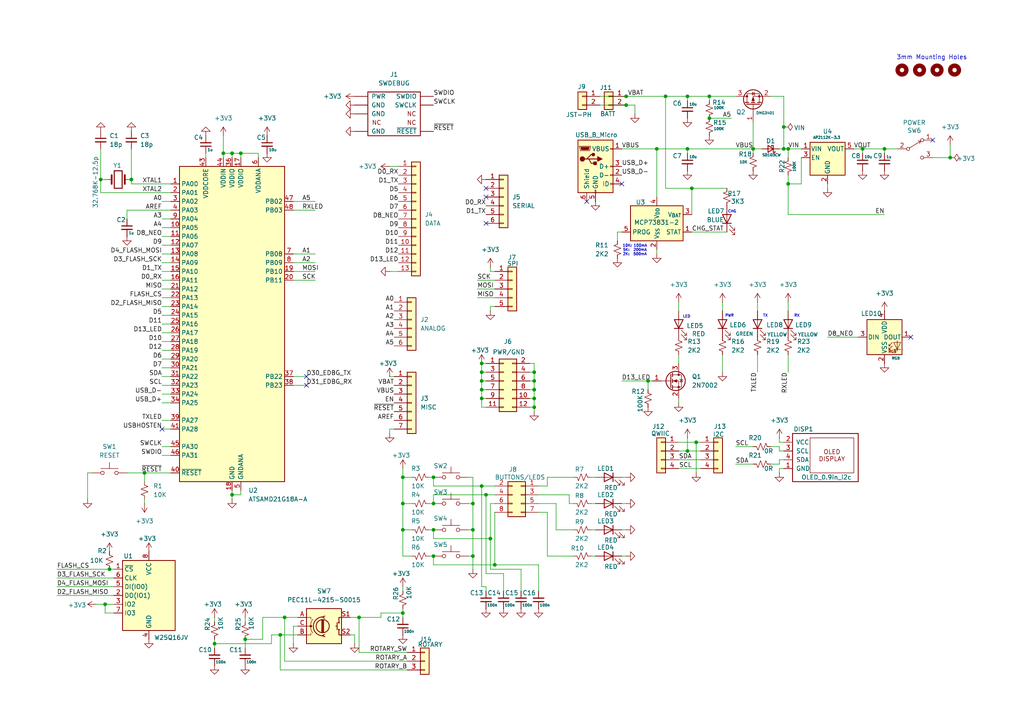
<source format=kicad_sch>
(kicad_sch (version 20231120) (generator "eeschema") (generator_version "8.0")
  (paper "A4")
  (title_block (title "bicep2 - ARM development board") (date "2024-06-19") (rev "v1.0") (company "Rudy Albachten"))
  (lib_symbols
    (symbol "Battery_Management:MCP73831-2-OT"
      (property "Reference" "U" (at -7.62 6.35 0))
      (property "Value" "MCP73831-2-OT" (at 1.27 6.35 0))
      (symbol "MCP73831-2-OT_1_1"
        (pin tri_state line (at 10.16 -2.54 180) (length 2.54) (name "STAT") (number "1"))
        (pin power_in line (at 0 -7.62 90) (length 2.54) (name "V_{SS}") (number "2"))
        (pin power_out line (at 10.16 2.54 180) (length 2.54) (name "V_{BAT}") (number "3"))
        (pin power_in line (at 0 7.62 270) (length 2.54) (name "V_{DD}") (number "4"))
        (pin input line (at -10.16 -2.54 0) (length 2.54) (name "PROG") (number "5"))
      )
    )
    (symbol "Connector_Generic:Conn_01x02" (pin_names (offset 1.016) hide)
      (property "Reference" "J" (at 0 2.54 0))
      (property "Value" "Conn_01x02" (at 0 -5.08 0))
      (symbol "Conn_01x02_1_1"
        (pin passive line (at -5.08 0 0) (length 3.81) (name "Pin_1") (number "1"))
        (pin passive line (at -5.08 -2.54 0) (length 3.81) (name "Pin_2") (number "2"))
      )
    )
    (symbol "Connector_Generic:Conn_01x03" (pin_names (offset 1.016) hide)
      (property "Reference" "J" (at 0 5.08 0))
      (property "Value" "Conn_01x03" (at 0 -5.08 0))
      (symbol "Conn_01x03_1_1"
        (pin passive line (at -5.08 2.54 0) (length 3.81) (name "Pin_1") (number "1"))
        (pin passive line (at -5.08 0 0) (length 3.81) (name "Pin_2") (number "2"))
        (pin passive line (at -5.08 -2.54 0) (length 3.81) (name "Pin_3") (number "3"))
      )
    )
    (symbol "Connector_Generic:Conn_01x04" (pin_names (offset 1.016) hide)
      (property "Reference" "J" (at 0 5.08 0))
      (property "Value" "Conn_01x04" (at 0 -7.62 0))
      (symbol "Conn_01x04_1_1"
        (pin passive line (at -5.08 2.54 0) (length 3.81) (name "Pin_1") (number "1"))
        (pin passive line (at -5.08 0 0) (length 3.81) (name "Pin_2") (number "2"))
        (pin passive line (at -5.08 -2.54 0) (length 3.81) (name "Pin_3") (number "3"))
        (pin passive line (at -5.08 -5.08 0) (length 3.81) (name "Pin_4") (number "4"))
      )
    )
    (symbol "Connector_Generic:Conn_01x05" (pin_names (offset 1.016) hide)
      (property "Reference" "J" (at 0 7.62 0))
      (property "Value" "Conn_01x05" (at 0 -7.62 0))
      (symbol "Conn_01x05_1_1"
        (pin passive line (at -5.08 5.08 0) (length 3.81) (name "Pin_1") (number "1"))
        (pin passive line (at -5.08 2.54 0) (length 3.81) (name "Pin_2") (number "2"))
        (pin passive line (at -5.08 0 0) (length 3.81) (name "Pin_3") (number "3"))
        (pin passive line (at -5.08 -2.54 0) (length 3.81) (name "Pin_4") (number "4"))
        (pin passive line (at -5.08 -5.08 0) (length 3.81) (name "Pin_5") (number "5"))
      )
    )
    (symbol "Connector_Generic:Conn_01x06" (pin_names (offset 1.016) hide)
      (property "Reference" "J" (at 0 7.62 0))
      (property "Value" "Conn_01x06" (at 0 -10.16 0))
      (symbol "Conn_01x06_1_1"
        (pin passive line (at -5.08 5.08 0) (length 3.81) (name "Pin_1") (number "1"))
        (pin passive line (at -5.08 2.54 0) (length 3.81) (name "Pin_2") (number "2"))
        (pin passive line (at -5.08 0 0) (length 3.81) (name "Pin_3") (number "3"))
        (pin passive line (at -5.08 -2.54 0) (length 3.81) (name "Pin_4") (number "4"))
        (pin passive line (at -5.08 -5.08 0) (length 3.81) (name "Pin_5") (number "5"))
        (pin passive line (at -5.08 -7.62 0) (length 3.81) (name "Pin_6") (number "6"))
      )
    )
    (symbol "Connector_Generic:Conn_01x07" (pin_names (offset 1.016) hide)
      (property "Reference" "J" (at 0 10.16 0))
      (property "Value" "Conn_01x07" (at 0 -10.16 0))
      (symbol "Conn_01x07_1_1"
        (pin passive line (at -5.08 7.62 0) (length 3.81) (name "Pin_1") (number "1"))
        (pin passive line (at -5.08 5.08 0) (length 3.81) (name "Pin_2") (number "2"))
        (pin passive line (at -5.08 2.54 0) (length 3.81) (name "Pin_3") (number "3"))
        (pin passive line (at -5.08 0 0) (length 3.81) (name "Pin_4") (number "4"))
        (pin passive line (at -5.08 -2.54 0) (length 3.81) (name "Pin_5") (number "5"))
        (pin passive line (at -5.08 -5.08 0) (length 3.81) (name "Pin_6") (number "6"))
        (pin passive line (at -5.08 -7.62 0) (length 3.81) (name "Pin_7") (number "7"))
      )
    )
    (symbol "Connector_Generic:Conn_01x13" (pin_names (offset 1.016) hide)
      (property "Reference" "J" (at 0 17.78 0))
      (property "Value" "Conn_01x13" (at 0 -17.78 0))
      (symbol "Conn_01x13_1_1"
        (pin passive line (at -5.08 15.24 0) (length 3.81) (name "Pin_1") (number "1"))
        (pin passive line (at -5.08 -7.62 0) (length 3.81) (name "Pin_10") (number "10"))
        (pin passive line (at -5.08 -10.16 0) (length 3.81) (name "Pin_11") (number "11"))
        (pin passive line (at -5.08 -12.7 0) (length 3.81) (name "Pin_12") (number "12"))
        (pin passive line (at -5.08 -15.24 0) (length 3.81) (name "Pin_13") (number "13"))
        (pin passive line (at -5.08 12.7 0) (length 3.81) (name "Pin_2") (number "2"))
        (pin passive line (at -5.08 10.16 0) (length 3.81) (name "Pin_3") (number "3"))
        (pin passive line (at -5.08 7.62 0) (length 3.81) (name "Pin_4") (number "4"))
        (pin passive line (at -5.08 5.08 0) (length 3.81) (name "Pin_5") (number "5"))
        (pin passive line (at -5.08 2.54 0) (length 3.81) (name "Pin_6") (number "6"))
        (pin passive line (at -5.08 0 0) (length 3.81) (name "Pin_7") (number "7"))
        (pin passive line (at -5.08 -2.54 0) (length 3.81) (name "Pin_8") (number "8"))
        (pin passive line (at -5.08 -5.08 0) (length 3.81) (name "Pin_9") (number "9"))
      )
    )
    (symbol "Connector_Generic:Conn_02x04_Odd_Even" (pin_names (offset 1.016) hide)
      (property "Reference" "J" (at 1.27 5.08 0))
      (property "Value" "Conn_02x04_Odd_Even" (at 1.27 -7.62 0))
      (symbol "Conn_02x04_Odd_Even_1_1"
        (pin passive line (at -5.08 2.54 0) (length 3.81) (name "Pin_1") (number "1"))
        (pin passive line (at 7.62 2.54 180) (length 3.81) (name "Pin_2") (number "2"))
        (pin passive line (at -5.08 0 0) (length 3.81) (name "Pin_3") (number "3"))
        (pin passive line (at 7.62 0 180) (length 3.81) (name "Pin_4") (number "4"))
        (pin passive line (at -5.08 -2.54 0) (length 3.81) (name "Pin_5") (number "5"))
        (pin passive line (at 7.62 -2.54 180) (length 3.81) (name "Pin_6") (number "6"))
        (pin passive line (at -5.08 -5.08 0) (length 3.81) (name "Pin_7") (number "7"))
        (pin passive line (at 7.62 -5.08 180) (length 3.81) (name "Pin_8") (number "8"))
      )
    )
    (symbol "Connector_Generic:Conn_02x06_Odd_Even" (pin_names (offset 1.016) hide)
      (property "Reference" "J" (at 1.27 7.62 0))
      (property "Value" "Conn_02x06_Odd_Even" (at 1.27 -10.16 0))
      (symbol "Conn_02x06_Odd_Even_1_1"
        (pin passive line (at -5.08 5.08 0) (length 3.81) (name "Pin_1") (number "1"))
        (pin passive line (at 7.62 -5.08 180) (length 3.81) (name "Pin_10") (number "10"))
        (pin passive line (at -5.08 -7.62 0) (length 3.81) (name "Pin_11") (number "11"))
        (pin passive line (at 7.62 -7.62 180) (length 3.81) (name "Pin_12") (number "12"))
        (pin passive line (at 7.62 5.08 180) (length 3.81) (name "Pin_2") (number "2"))
        (pin passive line (at -5.08 2.54 0) (length 3.81) (name "Pin_3") (number "3"))
        (pin passive line (at 7.62 2.54 180) (length 3.81) (name "Pin_4") (number "4"))
        (pin passive line (at -5.08 0 0) (length 3.81) (name "Pin_5") (number "5"))
        (pin passive line (at 7.62 0 180) (length 3.81) (name "Pin_6") (number "6"))
        (pin passive line (at -5.08 -2.54 0) (length 3.81) (name "Pin_7") (number "7"))
        (pin passive line (at 7.62 -2.54 180) (length 3.81) (name "Pin_8") (number "8"))
        (pin passive line (at -5.08 -5.08 0) (length 3.81) (name "Pin_9") (number "9"))
      )
    )
    (symbol "Device:C_Small" (pin_numbers hide) (pin_names (offset 0.254) hide)
      (property "Reference" "C" (at 0.254 1.778 0))
      (property "Value" "C_Small" (at 0.254 -2.032 0))
      (symbol "C_Small_1_1"
        (pin passive line (at 0 2.54 270) (length 2.032) (name "~") (number "1"))
        (pin passive line (at 0 -2.54 90) (length 2.032) (name "~") (number "2"))
      )
    )
    (symbol "Device:D_Schottky_Small" (pin_numbers hide) (pin_names (offset 0.254) hide)
      (property "Reference" "D" (at -1.27 2.032 0))
      (property "Value" "D_Schottky_Small" (at -7.112 -2.032 0))
      (symbol "D_Schottky_Small_1_1"
        (pin passive line (at -2.54 0 0) (length 1.778) (name "K") (number "1"))
        (pin passive line (at 2.54 0 180) (length 1.778) (name "A") (number "2"))
      )
    )
    (symbol "Device:LED" (pin_numbers hide) (pin_names (offset 1.016) hide)
      (property "Reference" "D" (at 0 2.54 0))
      (property "Value" "LED" (at 0 -2.54 0))
      (symbol "LED_1_1"
        (pin passive line (at -3.81 0 0) (length 2.54) (name "K") (number "1"))
        (pin passive line (at 3.81 0 180) (length 2.54) (name "A") (number "2"))
      )
    )
    (symbol "Device:R_Small_US" (pin_numbers hide) (pin_names (offset 0.254) hide)
      (property "Reference" "R" (at 0.762 0.508 0))
      (property "Value" "R_Small_US" (at 0.762 -1.016 0))
      (symbol "R_Small_US_1_1"
        (pin passive line (at 0 2.54 270) (length 1.016) (name "~") (number "1"))
        (pin passive line (at 0 -2.54 90) (length 1.016) (name "~") (number "2"))
      )
    )
    (symbol "Device:RotaryEncoder_Switch" (pin_names (offset 0.254) hide)
      (property "Reference" "SW" (at 0 6.604 0))
      (property "Value" "RotaryEncoder_Switch" (at 0 -6.604 0))
      (symbol "RotaryEncoder_Switch_1_1"
        (pin passive line (at -7.62 2.54 0) (length 2.54) (name "A") (number "A"))
        (pin passive line (at -7.62 -2.54 0) (length 2.54) (name "B") (number "B"))
        (pin passive line (at -7.62 0 0) (length 2.54) (name "C") (number "C"))
        (pin passive line (at 7.62 2.54 180) (length 2.54) (name "S1") (number "S1"))
        (pin passive line (at 7.62 -2.54 180) (length 2.54) (name "S2") (number "S2"))
      )
    )
    (symbol "MCU_Microchip_SAMD:ATSAMD21G18A-A"
      (property "Reference" "U" (at -13.97 46.99 0))
      (property "Value" "ATSAMD21G18A-A" (at 16.51 46.99 0))
      (symbol "ATSAMD21G18A-A_1_1"
        (pin bidirectional line (at -17.78 40.64 0) (length 2.54) (name "PA00") (number "1"))
        (pin bidirectional line (at -17.78 27.94 0) (length 2.54) (name "PA05") (number "10"))
        (pin bidirectional line (at -17.78 25.4 0) (length 2.54) (name "PA06") (number "11"))
        (pin bidirectional line (at -17.78 22.86 0) (length 2.54) (name "PA07") (number "12"))
        (pin bidirectional line (at -17.78 20.32 0) (length 2.54) (name "PA08") (number "13"))
        (pin bidirectional line (at -17.78 17.78 0) (length 2.54) (name "PA09") (number "14"))
        (pin bidirectional line (at -17.78 15.24 0) (length 2.54) (name "PA10") (number "15"))
        (pin bidirectional line (at -17.78 12.7 0) (length 2.54) (name "PA11") (number "16"))
        (pin power_in line (at 2.54 48.26 270) (length 2.54) (name "VDDIO") (number "17"))
        (pin power_in line (at 0 -48.26 90) (length 2.54) (name "GND") (number "18"))
        (pin bidirectional line (at 17.78 15.24 180) (length 2.54) (name "PB10") (number "19"))
        (pin bidirectional line (at -17.78 38.1 0) (length 2.54) (name "PA01") (number "2"))
        (pin bidirectional line (at 17.78 12.7 180) (length 2.54) (name "PB11") (number "20"))
        (pin bidirectional line (at -17.78 10.16 0) (length 2.54) (name "PA12") (number "21"))
        (pin bidirectional line (at -17.78 7.62 0) (length 2.54) (name "PA13") (number "22"))
        (pin bidirectional line (at -17.78 5.08 0) (length 2.54) (name "PA14") (number "23"))
        (pin bidirectional line (at -17.78 2.54 0) (length 2.54) (name "PA15") (number "24"))
        (pin bidirectional line (at -17.78 0 0) (length 2.54) (name "PA16") (number "25"))
        (pin bidirectional line (at -17.78 -2.54 0) (length 2.54) (name "PA17") (number "26"))
        (pin bidirectional line (at -17.78 -5.08 0) (length 2.54) (name "PA18") (number "27"))
        (pin bidirectional line (at -17.78 -7.62 0) (length 2.54) (name "PA19") (number "28"))
        (pin bidirectional line (at -17.78 -10.16 0) (length 2.54) (name "PA20") (number "29"))
        (pin bidirectional line (at -17.78 35.56 0) (length 2.54) (name "PA02") (number "3"))
        (pin bidirectional line (at -17.78 -12.7 0) (length 2.54) (name "PA21") (number "30"))
        (pin bidirectional line (at -17.78 -15.24 0) (length 2.54) (name "PA22") (number "31"))
        (pin bidirectional line (at -17.78 -17.78 0) (length 2.54) (name "PA23") (number "32"))
        (pin bidirectional line (at -17.78 -20.32 0) (length 2.54) (name "PA24") (number "33"))
        (pin bidirectional line (at -17.78 -22.86 0) (length 2.54) (name "PA25") (number "34"))
        (pin passive line (at 0 -48.26 90) (length 2.54) hide (name "GND") (number "35"))
        (pin power_in line (at 0 48.26 270) (length 2.54) (name "VDDIO") (number "36"))
        (pin bidirectional line (at 17.78 -15.24 180) (length 2.54) (name "PB22") (number "37"))
        (pin bidirectional line (at 17.78 -17.78 180) (length 2.54) (name "PB23") (number "38"))
        (pin bidirectional line (at -17.78 -27.94 0) (length 2.54) (name "PA27") (number "39"))
        (pin bidirectional line (at -17.78 33.02 0) (length 2.54) (name "PA03") (number "4"))
        (pin input line (at -17.78 -43.18 0) (length 2.54) (name "~{RESET}") (number "40"))
        (pin bidirectional line (at -17.78 -30.48 0) (length 2.54) (name "PA28") (number "41"))
        (pin passive line (at 0 -48.26 90) (length 2.54) hide (name "GND") (number "42"))
        (pin power_out line (at -7.62 48.26 270) (length 2.54) (name "VDDCORE") (number "43"))
        (pin power_in line (at -2.54 48.26 270) (length 2.54) (name "VDDIN") (number "44"))
        (pin bidirectional line (at -17.78 -35.56 0) (length 2.54) (name "PA30") (number "45"))
        (pin bidirectional line (at -17.78 -38.1 0) (length 2.54) (name "PA31") (number "46"))
        (pin bidirectional line (at 17.78 35.56 180) (length 2.54) (name "PB02") (number "47"))
        (pin bidirectional line (at 17.78 33.02 180) (length 2.54) (name "PB03") (number "48"))
        (pin power_in line (at 2.54 -48.26 90) (length 2.54) (name "GNDANA") (number "5"))
        (pin power_in line (at 7.62 48.26 270) (length 2.54) (name "VDDANA") (number "6"))
        (pin bidirectional line (at 17.78 20.32 180) (length 2.54) (name "PB08") (number "7"))
        (pin bidirectional line (at 17.78 17.78 180) (length 2.54) (name "PB09") (number "8"))
        (pin bidirectional line (at -17.78 30.48 0) (length 2.54) (name "PA04") (number "9"))
      )
    )
    (symbol "Mechanical:MountingHole" (pin_names (offset 1.016)) (exclude_from_sim yes) (in_bom no)
      (property "Reference" "H" (at 0 5.08 0))
      (property "Value" "MountingHole" (at 0 3.175 0))
    )
    (symbol "Memory_Flash:W25Q16JVSS"
      (property "Reference" "U" (at -6.35 11.43 0))
      (property "Value" "W25Q16JVSS" (at 7.62 11.43 0))
      (symbol "W25Q16JVSS_1_1"
        (pin input line (at -10.16 7.62 0) (length 2.54) (name "~{CS}") (number "1"))
        (pin bidirectional line (at -10.16 0 0) (length 2.54) (name "DO(IO1)") (number "2"))
        (pin bidirectional line (at -10.16 -2.54 0) (length 2.54) (name "IO2") (number "3"))
        (pin power_in line (at 0 -12.7 90) (length 2.54) (name "GND") (number "4"))
        (pin bidirectional line (at -10.16 2.54 0) (length 2.54) (name "DI(IO0)") (number "5"))
        (pin input line (at -10.16 5.08 0) (length 2.54) (name "CLK") (number "6"))
        (pin bidirectional line (at -10.16 -5.08 0) (length 2.54) (name "IO3") (number "7"))
        (pin power_in line (at 0 12.7 270) (length 2.54) (name "VCC") (number "8"))
      )
    )
    (symbol "MyLib:CortexDebug" (pin_numbers hide) (pin_names (offset 1.016))
      (property "Reference" "J" (at -3.81 7.62 0))
      (property "Value" "CortexDebug" (at 1.27 -7.62 0))
      (symbol "CortexDebug_1_1"
        (text "NC" (at -5.08 -2.54 0) (effects (font (size 1.27 1.27))))
        (text "NC" (at 5.08 -2.54 0) (effects (font (size 1.27 1.27))))
        (text "NC" (at 5.08 0 0) (effects (font (size 1.27 1.27))))
        (pin passive line (at -11.43 5.08 0) (length 3.81) (name "PWR") (number "1"))
        (pin passive line (at 11.43 -5.08 180) (length 3.81) (name "~{RESET}") (number "10"))
        (pin passive line (at 11.43 5.08 180) (length 3.81) (name "SWDIO") (number "2"))
        (pin passive line (at -11.43 2.54 0) (length 3.81) (name "GND") (number "3"))
        (pin passive line (at 11.43 2.54 180) (length 3.81) (name "SWCLK") (number "4"))
        (pin passive line (at -11.43 0 0) (length 3.81) (name "GND") (number "5"))
        (pin no_connect line (at 7.62 0 180) (length 3.81) hide (name "NC") (number "6"))
        (pin no_connect line (at -7.62 -2.54 0) (length 3.81) hide (name "KEY") (number "7"))
        (pin no_connect line (at 7.62 -2.54 180) (length 3.81) hide (name "NC") (number "8"))
        (pin passive line (at -11.43 -5.08 0) (length 3.81) (name "GND") (number "9"))
      )
    )
    (symbol "MyLib:Crystal_SMD_G8" (pin_numbers hide) (pin_names (offset 1.016) hide)
      (property "Reference" "Y" (at 0 3.81 0))
      (property "Value" "Crystal_SMD_G8" (at 0 -3.81 0))
      (symbol "Crystal_SMD_G8_1_1"
        (pin passive line (at -3.81 0 0) (length 1.27) (name "1") (number "1"))
        (pin passive line (at 3.81 0 180) (length 1.27) (name "2") (number "2"))
      )
    )
    (symbol "MyLib:EG1218_SPDT_Slide_Switch" (pin_names (offset 0) hide)
      (property "Reference" "SW" (at 0 5.08 0))
      (property "Value" "EG1218_SPDT_Slide_Switch" (at 0 -5.08 0))
      (symbol "EG1218_SPDT_Slide_Switch_1_1"
        (pin passive line (at 5.08 2.54 180) (length 2.54) (name "A") (number "1"))
        (pin passive line (at -5.08 0 0) (length 2.54) (name "B") (number "2"))
        (pin passive line (at 5.08 -2.54 180) (length 2.54) (name "C") (number "3"))
      )
    )
    (symbol "MyLib:OLED_0.9in_i2c_weewooday" (pin_names (offset 1.016))
      (property "Reference" "DISP1" (at -8.89 8.89 0))
      (property "Value" "OLED_0.9in_i2c" (at -6.35 -5.08 0))
      (symbol "OLED_0.9in_i2c_weewooday_1_1"
        (text "OLED\nDISPLAY" (at 1.27 1.27 0) (effects (font (size 1.27 1.27))))
        (pin power_in line (at -12.7 -2.54 0) (length 2.54) (name "GND") (number "1"))
        (pin power_in line (at -12.7 5.08 0) (length 2.54) (name "VCC") (number "2"))
        (pin bidirectional line (at -12.7 2.54 0) (length 2.54) (name "SCL") (number "3"))
        (pin bidirectional line (at -12.7 0 0) (length 2.54) (name "SDA") (number "4"))
      )
    )
    (symbol "MyLib:TL3305B_SPST_PushButton" (pin_numbers hide) (pin_names (offset 1.016) hide)
      (property "Reference" "SW" (at 1.27 2.54 0))
      (property "Value" "TL3305B_SPST_PushButton" (at 1.27 -6.35 0))
      (symbol "TL3305B_SPST_PushButton_0_1"
        (pin passive line (at -5.08 0 0) (length 2.54) (name "1") (number "1"))
        (pin passive line (at 5.08 0 180) (length 2.54) (name "2") (number "2"))
      )
    )
    (symbol "MyLib:USB_B_Micro_10118194" (pin_names (offset 1.016))
      (property "Reference" "J" (at -5.08 11.43 0))
      (property "Value" "USB_B_Micro" (at -5.08 8.89 0))
      (symbol "USB_B_Micro_10118194_1_1"
        (pin power_out line (at 7.62 5.08 180) (length 2.54) (name "VBUS") (number "1"))
        (pin bidirectional line (at 7.62 -2.54 180) (length 2.54) (name "D-") (number "2"))
        (pin bidirectional line (at 7.62 0 180) (length 2.54) (name "D+") (number "3"))
        (pin passive line (at 7.62 -5.08 180) (length 2.54) (name "ID") (number "4"))
        (pin power_out line (at 0 -10.16 90) (length 2.54) (name "GND") (number "5"))
        (pin passive line (at -2.54 -10.16 90) (length 2.54) (name "Shield") (number "6"))
      )
    )
    (symbol "MyLib:neopixel_WS2812B" (pin_names (offset 0.254))
      (property "Reference" "D" (at 5.08 5.715 0))
      (property "Value" "neopixel_WS2812B" (at 1.27 -5.715 0))
      (symbol "neopixel_WS2812B_0_0"
        (text "RGB" (at 2.286 -4.191 0) (effects (font (size 0.762 0.762))))
      )
      (symbol "neopixel_WS2812B_1_1"
        (pin output line (at 7.62 0 180) (length 2.54) (name "DOUT") (number "1"))
        (pin power_in line (at 0 -7.62 90) (length 2.54) (name "VSS") (number "2"))
        (pin input line (at -7.62 0 0) (length 2.54) (name "DIN") (number "3"))
        (pin power_in line (at 0 7.62 270) (length 2.54) (name "VDD") (number "4"))
      )
    )
    (symbol "Regulator_Linear:AP2112K-3.3" (pin_names (offset 0.254))
      (property "Reference" "U" (at -5.08 5.715 0))
      (property "Value" "AP2112K-3.3" (at 0 5.715 0))
      (symbol "AP2112K-3.3_1_1"
        (pin power_in line (at -7.62 2.54 0) (length 2.54) (name "VIN") (number "1"))
        (pin power_in line (at 0 -7.62 90) (length 2.54) (name "GND") (number "2"))
        (pin input line (at -7.62 0 0) (length 2.54) (name "EN") (number "3"))
        (pin no_connect line (at 5.08 0 180) (length 2.54) hide (name "NC") (number "4"))
        (pin power_out line (at 7.62 2.54 180) (length 2.54) (name "VOUT") (number "5"))
      )
    )
    (symbol "Transistor_FET:2N7002" (pin_names hide)
      (property "Reference" "Q" (at 5.08 1.905 0))
      (property "Value" "2N7002" (at 5.08 0 0))
      (symbol "2N7002_1_1"
        (pin input line (at -5.08 0 0) (length 2.54) (name "G") (number "1"))
        (pin passive line (at 2.54 -5.08 90) (length 2.54) (name "S") (number "2"))
        (pin passive line (at 2.54 5.08 270) (length 2.54) (name "D") (number "3"))
      )
    )
    (symbol "Transistor_FET:DMG2301L" (pin_names hide)
      (property "Reference" "Q" (at 5.08 1.905 0))
      (property "Value" "DMG2301L" (at 5.08 0 0))
      (symbol "DMG2301L_1_1"
        (pin input line (at -5.08 0 0) (length 2.54) (name "G") (number "1"))
        (pin passive line (at 2.54 -5.08 90) (length 2.54) (name "S") (number "2"))
        (pin passive line (at 2.54 5.08 270) (length 2.54) (name "D") (number "3"))
      )
    )
    (symbol "power:+3V3" (power) (pin_numbers hide) (pin_names (offset 0) hide)
      (property "Value" "+3V3" (at 0 3.556 0))
      (symbol "+3V3_1_1"
        (pin power_in line (at 0 0 90) (length 0) (name "~") (number "1"))
      )
    )
    (symbol "power:GND" (power) (pin_numbers hide) (pin_names (offset 0) hide)
      (symbol "GND_1_1"
        (pin power_in line (at 0 0 270) (length 0) (name "~") (number "1"))
      )
    )
    (symbol "power:PWR_FLAG" (power) (pin_numbers hide) (pin_names (offset 0) hide)
      (property "Value" "PWR_FLAG" (at 0 3.81 0))
      (symbol "PWR_FLAG_0_0"
        (pin power_out line (at 0 0 90) (length 0) (name "~") (number "1"))
      )
    )
  )
  (junction (at 116.84 138.43))
  (junction (at 81.28 184.15))
  (junction (at 125.73 146.05))
  (junction (at 125.73 161.29))
  (junction (at 30.48 175.26))
  (junction (at 199.39 27.94))
  (junction (at 41.91 137.16))
  (junction (at 205.74 34.29))
  (junction (at 199.39 43.18))
  (junction (at 227.33 36.83))
  (junction (at 139.7 113.03))
  (junction (at 137.16 146.05))
  (junction (at 228.6 53.34))
  (junction (at 200.66 54.61))
  (junction (at 142.24 156.21))
  (junction (at 116.84 177.8))
  (junction (at 137.16 153.67))
  (junction (at 125.73 138.43))
  (junction (at 104.14 179.07))
  (junction (at 228.6 43.18))
  (junction (at 140.97 143.51))
  (junction (at 69.85 44.45))
  (junction (at 205.74 27.94))
  (junction (at 154.94 115.57))
  (junction (at 187.96 110.49))
  (junction (at 193.04 27.94))
  (junction (at 139.7 110.49))
  (junction (at 62.23 186.69))
  (junction (at 82.55 179.07))
  (junction (at 154.94 110.49))
  (junction (at 154.94 113.03))
  (junction (at 154.94 118.11))
  (junction (at 29.21 52.07))
  (junction (at 139.7 140.97))
  (junction (at 116.84 153.67))
  (junction (at 275.59 45.72))
  (junction (at 67.31 143.51))
  (junction (at 143.51 163.83))
  (junction (at 181.61 30.48))
  (junction (at 71.12 185.42))
  (junction (at 181.61 27.94))
  (junction (at 201.93 128.27))
  (junction (at 139.7 105.41))
  (junction (at 116.84 146.05))
  (junction (at 199.39 130.81))
  (junction (at 67.31 44.45))
  (junction (at 139.7 115.57))
  (junction (at 125.73 153.67))
  (junction (at 137.16 161.29))
  (junction (at 64.77 44.45))
  (junction (at 31.75 165.1))
  (junction (at 218.44 43.18))
  (junction (at 139.7 107.95))
  (junction (at 154.94 107.95))
  (junction (at 250.19 43.18))
  (junction (at 227.33 43.18))
  (junction (at 38.1 52.07))
  (junction (at 256.54 43.18))
  (junction (at 190.5 43.18))
  (no_connect (at 88.9 111.76))
  (no_connect (at 88.9 109.22))
  (no_connect (at 140.97 54.61))
  (no_connect (at 170.18 58.42))
  (no_connect (at 270.51 40.64))
  (no_connect (at 140.97 64.77))
  (no_connect (at 140.97 57.15))
  (no_connect (at 46.99 124.46))
  (no_connect (at 264.16 97.79))
  (no_connect (at 180.34 53.34))
  (wire (pts (xy 227.33 133.35) (xy 226.06 133.35)))
  (wire (pts (xy 16.51 170.18) (xy 33.02 170.18)))
  (wire (pts (xy 156.21 146.05) (xy 161.29 146.05)))
  (wire (pts (xy 46.99 109.22) (xy 49.53 109.22)))
  (wire (pts (xy 226.06 127) (xy 226.06 128.27)))
  (wire (pts (xy 153.67 115.57) (xy 154.94 115.57)))
  (wire (pts (xy 78.74 186.69) (xy 78.74 184.15)))
  (wire (pts (xy 240.03 97.79) (xy 248.92 97.79)))
  (wire (pts (xy 110.49 179.07) (xy 110.49 177.8)))
  (wire (pts (xy 124.46 153.67) (xy 125.73 153.67)))
  (wire (pts (xy 41.91 137.16) (xy 41.91 139.7)))
  (wire (pts (xy 199.39 127) (xy 199.39 130.81)))
  (wire (pts (xy 36.83 63.5) (xy 36.83 60.96)))
  (wire (pts (xy 116.84 170.18) (xy 116.84 171.45)))
  (wire (pts (xy 140.97 166.37) (xy 140.97 143.51)))
  (wire (pts (xy 125.73 153.67) (xy 125.73 156.21)))
  (wire (pts (xy 180.34 43.18) (xy 190.5 43.18)))
  (wire (pts (xy 226.06 135.89) (xy 226.06 137.16)))
  (wire (pts (xy 85.09 73.66) (xy 91.44 73.66)))
  (wire (pts (xy 119.38 146.05) (xy 116.84 146.05)))
  (wire (pts (xy 69.85 143.51) (xy 69.85 142.24)))
  (wire (pts (xy 64.77 44.45) (xy 67.31 44.45)))
  (wire (pts (xy 228.6 43.18) (xy 228.6 45.72)))
  (wire (pts (xy 46.99 66.04) (xy 49.53 66.04)))
  (wire (pts (xy 38.1 43.18) (xy 38.1 52.07)))
  (wire (pts (xy 151.13 165.1) (xy 142.24 165.1)))
  (wire (pts (xy 240.03 53.34) (xy 240.03 54.61)))
  (wire (pts (xy 46.99 101.6) (xy 49.53 101.6)))
  (wire (pts (xy 46.99 76.2) (xy 49.53 76.2)))
  (wire (pts (xy 81.28 194.31) (xy 118.11 194.31)))
  (wire (pts (xy 187.96 110.49) (xy 189.23 110.49)))
  (wire (pts (xy 113.03 109.22) (xy 114.3 109.22)))
  (wire (pts (xy 140.97 171.45) (xy 140.97 170.18)))
  (wire (pts (xy 36.83 60.96) (xy 49.53 60.96)))
  (wire (pts (xy 64.77 39.37) (xy 64.77 44.45)))
  (wire (pts (xy 113.03 48.26) (xy 115.57 48.26)))
  (wire (pts (xy 228.6 87.63) (xy 228.6 90.17)))
  (wire (pts (xy 125.73 140.97) (xy 139.7 140.97)))
  (wire (pts (xy 135.89 146.05) (xy 137.16 146.05)))
  (wire (pts (xy 41.91 137.16) (xy 49.53 137.16)))
  (wire (pts (xy 67.31 143.51) (xy 69.85 143.51)))
  (wire (pts (xy 116.84 177.8) (xy 116.84 179.07)))
  (wire (pts (xy 139.7 110.49) (xy 139.7 113.03)))
  (wire (pts (xy 116.84 146.05) (xy 116.84 138.43)))
  (wire (pts (xy 158.75 138.43) (xy 166.37 138.43)))
  (wire (pts (xy 146.05 166.37) (xy 140.97 166.37)))
  (wire (pts (xy 179.07 67.31) (xy 179.07 69.85)))
  (wire (pts (xy 41.91 144.78) (xy 41.91 146.05)))
  (wire (pts (xy 138.43 81.28) (xy 143.51 81.28)))
  (wire (pts (xy 154.94 107.95) (xy 154.94 110.49)))
  (wire (pts (xy 104.14 189.23) (xy 118.11 189.23)))
  (wire (pts (xy 62.23 185.42) (xy 62.23 186.69)))
  (wire (pts (xy 25.4 137.16) (xy 25.4 144.78)))
  (wire (pts (xy 135.89 138.43) (xy 137.16 138.43)))
  (wire (pts (xy 81.28 184.15) (xy 86.36 184.15)))
  (wire (pts (xy 199.39 43.18) (xy 199.39 44.45)))
  (wire (pts (xy 209.55 102.87) (xy 209.55 107.95)))
  (wire (pts (xy 250.19 43.18) (xy 250.19 44.45)))
  (wire (pts (xy 143.51 148.59) (xy 143.51 163.83)))
  (wire (pts (xy 124.46 146.05) (xy 125.73 146.05)))
  (wire (pts (xy 85.09 60.96) (xy 91.44 60.96)))
  (wire (pts (xy 110.49 177.8) (xy 116.84 177.8)))
  (wire (pts (xy 46.99 71.12) (xy 49.53 71.12)))
  (wire (pts (xy 171.45 153.67) (xy 172.72 153.67)))
  (wire (pts (xy 171.45 138.43) (xy 172.72 138.43)))
  (wire (pts (xy 46.99 116.84) (xy 49.53 116.84)))
  (wire (pts (xy 46.99 86.36) (xy 49.53 86.36)))
  (wire (pts (xy 143.51 78.74) (xy 142.24 78.74)))
  (wire (pts (xy 193.04 27.94) (xy 199.39 27.94)))
  (wire (pts (xy 46.99 81.28) (xy 49.53 81.28)))
  (wire (pts (xy 125.73 138.43) (xy 125.73 140.97)))
  (wire (pts (xy 142.24 88.9) (xy 143.51 88.9)))
  (wire (pts (xy 180.34 161.29) (xy 181.61 161.29)))
  (wire (pts (xy 213.36 129.54) (xy 218.44 129.54)))
  (wire (pts (xy 140.97 118.11) (xy 139.7 118.11)))
  (wire (pts (xy 218.44 43.18) (xy 218.44 44.45)))
  (wire (pts (xy 46.99 68.58) (xy 49.53 68.58)))
  (wire (pts (xy 46.99 104.14) (xy 49.53 104.14)))
  (wire (pts (xy 33.02 177.8) (xy 30.48 177.8)))
  (wire (pts (xy 158.75 161.29) (xy 166.37 161.29)))
  (wire (pts (xy 205.74 27.94) (xy 213.36 27.94)))
  (wire (pts (xy 29.21 52.07) (xy 30.48 52.07)))
  (wire (pts (xy 196.85 102.87) (xy 196.85 105.41)))
  (wire (pts (xy 62.23 186.69) (xy 62.23 187.96)))
  (wire (pts (xy 82.55 191.77) (xy 118.11 191.77)))
  (wire (pts (xy 187.96 113.03) (xy 187.96 110.49)))
  (wire (pts (xy 184.15 30.48) (xy 181.61 30.48)))
  (wire (pts (xy 139.7 110.49) (xy 140.97 110.49)))
  (wire (pts (xy 142.24 90.17) (xy 142.24 88.9)))
  (wire (pts (xy 199.39 130.81) (xy 203.2 130.81)))
  (wire (pts (xy 153.67 118.11) (xy 154.94 118.11)))
  (wire (pts (xy 46.99 121.92) (xy 49.53 121.92)))
  (wire (pts (xy 88.9 109.22) (xy 85.09 109.22)))
  (wire (pts (xy 201.93 128.27) (xy 201.93 137.16)))
  (wire (pts (xy 139.7 107.95) (xy 139.7 110.49)))
  (wire (pts (xy 46.99 111.76) (xy 49.53 111.76)))
  (wire (pts (xy 193.04 54.61) (xy 200.66 54.61)))
  (wire (pts (xy 218.44 43.18) (xy 218.44 35.56)))
  (wire (pts (xy 46.99 91.44) (xy 49.53 91.44)))
  (wire (pts (xy 138.43 83.82) (xy 143.51 83.82)))
  (wire (pts (xy 142.24 146.05) (xy 142.24 156.21)))
  (wire (pts (xy 104.14 179.07) (xy 110.49 179.07)))
  (wire (pts (xy 223.52 27.94) (xy 227.33 27.94)))
  (wire (pts (xy 46.99 106.68) (xy 49.53 106.68)))
  (wire (pts (xy 46.99 129.54) (xy 49.53 129.54)))
  (wire (pts (xy 142.24 165.1) (xy 142.24 156.21)))
  (wire (pts (xy 76.2 185.42) (xy 76.2 179.07)))
  (wire (pts (xy 180.34 138.43) (xy 181.61 138.43)))
  (wire (pts (xy 228.6 43.18) (xy 232.41 43.18)))
  (wire (pts (xy 200.66 54.61) (xy 200.66 62.23)))
  (wire (pts (xy 227.33 135.89) (xy 226.06 135.89)))
  (wire (pts (xy 156.21 163.83) (xy 156.21 171.45)))
  (wire (pts (xy 125.73 143.51) (xy 125.73 146.05)))
  (wire (pts (xy 153.67 110.49) (xy 154.94 110.49)))
  (wire (pts (xy 196.85 130.81) (xy 199.39 130.81)))
  (wire (pts (xy 228.6 102.87) (xy 228.6 107.95)))
  (wire (pts (xy 196.85 128.27) (xy 201.93 128.27)))
  (wire (pts (xy 180.34 146.05) (xy 181.61 146.05)))
  (wire (pts (xy 85.09 81.28) (xy 91.44 81.28)))
  (wire (pts (xy 205.74 27.94) (xy 205.74 29.21)))
  (wire (pts (xy 196.85 135.89) (xy 203.2 135.89)))
  (wire (pts (xy 171.45 161.29) (xy 172.72 161.29)))
  (wire (pts (xy 46.99 124.46) (xy 49.53 124.46)))
  (wire (pts (xy 46.99 88.9) (xy 49.53 88.9)))
  (wire (pts (xy 154.94 105.41) (xy 154.94 107.95)))
  (wire (pts (xy 67.31 144.78) (xy 67.31 143.51)))
  (wire (pts (xy 137.16 138.43) (xy 137.16 146.05)))
  (wire (pts (xy 201.93 128.27) (xy 203.2 128.27)))
  (wire (pts (xy 36.83 137.16) (xy 41.91 137.16)))
  (wire (pts (xy 205.74 34.29) (xy 212.09 34.29)))
  (wire (pts (xy 154.94 113.03) (xy 154.94 115.57)))
  (wire (pts (xy 85.09 58.42) (xy 91.44 58.42)))
  (wire (pts (xy 228.6 62.23) (xy 256.54 62.23)))
  (wire (pts (xy 199.39 43.18) (xy 218.44 43.18)))
  (wire (pts (xy 86.36 181.61) (xy 85.09 181.61)))
  (wire (pts (xy 209.55 87.63) (xy 209.55 90.17)))
  (wire (pts (xy 46.99 58.42) (xy 49.53 58.42)))
  (wire (pts (xy 125.73 156.21) (xy 142.24 156.21)))
  (wire (pts (xy 71.12 179.07) (xy 71.12 180.34)))
  (wire (pts (xy 184.15 30.48) (xy 184.15 33.02)))
  (wire (pts (xy 226.06 128.27) (xy 227.33 128.27)))
  (wire (pts (xy 71.12 185.42) (xy 71.12 187.96)))
  (wire (pts (xy 88.9 111.76) (xy 85.09 111.76)))
  (wire (pts (xy 114.3 124.46) (xy 113.03 124.46)))
  (wire (pts (xy 190.5 43.18) (xy 199.39 43.18)))
  (wire (pts (xy 143.51 146.05) (xy 142.24 146.05)))
  (wire (pts (xy 16.51 167.64) (xy 33.02 167.64)))
  (wire (pts (xy 104.14 179.07) (xy 104.14 189.23)))
  (wire (pts (xy 62.23 179.07) (xy 62.23 180.34)))
  (wire (pts (xy 30.48 177.8) (xy 30.48 175.26)))
  (wire (pts (xy 219.71 87.63) (xy 219.71 90.17)))
  (wire (pts (xy 161.29 146.05) (xy 161.29 153.67)))
  (wire (pts (xy 69.85 44.45) (xy 69.85 45.72)))
  (wire (pts (xy 113.03 124.46) (xy 113.03 125.73)))
  (wire (pts (xy 137.16 153.67) (xy 137.16 161.29)))
  (wire (pts (xy 137.16 161.29) (xy 137.16 165.1)))
  (wire (pts (xy 67.31 142.24) (xy 67.31 143.51)))
  (wire (pts (xy 26.67 137.16) (xy 25.4 137.16)))
  (wire (pts (xy 69.85 44.45) (xy 74.93 44.45)))
  (wire (pts (xy 180.34 110.49) (xy 187.96 110.49)))
  (wire (pts (xy 223.52 129.54) (xy 226.06 129.54)))
  (wire (pts (xy 181.61 27.94) (xy 193.04 27.94)))
  (wire (pts (xy 173.99 30.48) (xy 181.61 30.48)))
  (wire (pts (xy 190.5 73.66) (xy 190.5 72.39)))
  (wire (pts (xy 193.04 27.94) (xy 193.04 54.61)))
  (wire (pts (xy 256.54 43.18) (xy 260.35 43.18)))
  (wire (pts (xy 46.99 96.52) (xy 49.53 96.52)))
  (wire (pts (xy 46.99 73.66) (xy 49.53 73.66)))
  (wire (pts (xy 200.66 67.31) (xy 210.82 67.31)))
  (wire (pts (xy 119.38 138.43) (xy 116.84 138.43)))
  (wire (pts (xy 67.31 44.45) (xy 69.85 44.45)))
  (wire (pts (xy 139.7 113.03) (xy 139.7 115.57)))
  (wire (pts (xy 101.6 179.07) (xy 104.14 179.07)))
  (wire (pts (xy 76.2 179.07) (xy 82.55 179.07)))
  (wire (pts (xy 142.24 78.74) (xy 142.24 77.47)))
  (wire (pts (xy 256.54 43.18) (xy 256.54 44.45)))
  (wire (pts (xy 226.06 133.35) (xy 226.06 134.62)))
  (wire (pts (xy 46.99 78.74) (xy 49.53 78.74)))
  (wire (pts (xy 165.1 143.51) (xy 165.1 146.05)))
  (wire (pts (xy 227.33 27.94) (xy 227.33 36.83)))
  (wire (pts (xy 226.06 129.54) (xy 226.06 130.81)))
  (wire (pts (xy 125.73 161.29) (xy 125.73 163.83)))
  (wire (pts (xy 33.02 175.26) (xy 30.48 175.26)))
  (wire (pts (xy 16.51 172.72) (xy 33.02 172.72)))
  (wire (pts (xy 74.93 44.45) (xy 74.93 45.72)))
  (wire (pts (xy 218.44 43.18) (xy 220.98 43.18)))
  (wire (pts (xy 153.67 113.03) (xy 154.94 113.03)))
  (wire (pts (xy 275.59 41.91) (xy 275.59 45.72)))
  (wire (pts (xy 135.89 153.67) (xy 137.16 153.67)))
  (wire (pts (xy 137.16 146.05) (xy 137.16 153.67)))
  (wire (pts (xy 101.6 184.15) (xy 102.87 184.15)))
  (wire (pts (xy 125.73 143.51) (xy 140.97 143.51)))
  (wire (pts (xy 46.99 99.06) (xy 49.53 99.06)))
  (wire (pts (xy 156.21 143.51) (xy 165.1 143.51)))
  (wire (pts (xy 153.67 107.95) (xy 154.94 107.95)))
  (wire (pts (xy 119.38 161.29) (xy 116.84 161.29)))
  (wire (pts (xy 16.51 165.1) (xy 31.75 165.1)))
  (wire (pts (xy 116.84 135.89) (xy 116.84 138.43)))
  (wire (pts (xy 227.33 43.18) (xy 228.6 43.18)))
  (wire (pts (xy 82.55 179.07) (xy 82.55 191.77)))
  (wire (pts (xy 135.89 161.29) (xy 137.16 161.29)))
  (wire (pts (xy 62.23 186.69) (xy 78.74 186.69)))
  (wire (pts (xy 166.37 153.67) (xy 161.29 153.67)))
  (wire (pts (xy 158.75 148.59) (xy 156.21 148.59)))
  (wire (pts (xy 219.71 102.87) (xy 219.71 107.95)))
  (wire (pts (xy 124.46 161.29) (xy 125.73 161.29)))
  (wire (pts (xy 210.82 54.61) (xy 200.66 54.61)))
  (wire (pts (xy 78.74 184.15) (xy 81.28 184.15)))
  (wire (pts (xy 59.69 44.45) (xy 59.69 45.72)))
  (wire (pts (xy 116.84 176.53) (xy 116.84 177.8)))
  (wire (pts (xy 85.09 78.74) (xy 91.44 78.74)))
  (wire (pts (xy 125.73 163.83) (xy 143.51 163.83)))
  (wire (pts (xy 113.03 78.74) (xy 115.57 78.74)))
  (wire (pts (xy 46.99 132.08) (xy 49.53 132.08)))
  (wire (pts (xy 139.7 105.41) (xy 140.97 105.41)))
  (wire (pts (xy 85.09 181.61) (xy 85.09 186.69)))
  (wire (pts (xy 165.1 146.05) (xy 166.37 146.05)))
  (wire (pts (xy 119.38 153.67) (xy 116.84 153.67)))
  (wire (pts (xy 154.94 110.49) (xy 154.94 113.03)))
  (wire (pts (xy 228.6 53.34) (xy 228.6 62.23)))
  (wire (pts (xy 46.99 93.98) (xy 49.53 93.98)))
  (wire (pts (xy 46.99 63.5) (xy 49.53 63.5)))
  (wire (pts (xy 46.99 83.82) (xy 49.53 83.82)))
  (wire (pts (xy 213.36 134.62) (xy 218.44 134.62)))
  (wire (pts (xy 250.19 43.18) (xy 256.54 43.18)))
  (wire (pts (xy 247.65 43.18) (xy 250.19 43.18)))
  (wire (pts (xy 102.87 184.15) (xy 102.87 186.69)))
  (wire (pts (xy 71.12 185.42) (xy 76.2 185.42)))
  (wire (pts (xy 196.85 133.35) (xy 203.2 133.35)))
  (wire (pts (xy 228.6 50.8) (xy 228.6 53.34)))
  (wire (pts (xy 29.21 55.88) (xy 29.21 52.07)))
  (wire (pts (xy 223.52 134.62) (xy 226.06 134.62)))
  (wire (pts (xy 29.21 43.18) (xy 29.21 52.07)))
  (wire (pts (xy 199.39 27.94) (xy 199.39 29.21)))
  (wire (pts (xy 228.6 53.34) (xy 232.41 53.34)))
  (wire (pts (xy 85.09 76.2) (xy 91.44 76.2)))
  (wire (pts (xy 139.7 115.57) (xy 140.97 115.57)))
  (wire (pts (xy 140.97 170.18) (xy 139.7 170.18)))
  (wire (pts (xy 173.99 27.94) (xy 181.61 27.94)))
  (wire (pts (xy 196.85 115.57) (xy 196.85 116.84)))
  (wire (pts (xy 38.1 53.34) (xy 38.1 52.07)))
  (wire (pts (xy 199.39 27.94) (xy 205.74 27.94)))
  (wire (pts (xy 146.05 171.45) (xy 146.05 166.37)))
  (wire (pts (xy 227.33 36.83) (xy 227.33 43.18)))
  (wire (pts (xy 67.31 45.72) (xy 67.31 44.45)))
  (wire (pts (xy 139.7 170.18) (xy 139.7 140.97)))
  (wire (pts (xy 139.7 107.95) (xy 140.97 107.95)))
  (wire (pts (xy 158.75 148.59) (xy 158.75 161.29)))
  (wire (pts (xy 138.43 86.36) (xy 143.51 86.36)))
  (wire (pts (xy 64.77 44.45) (xy 64.77 45.72)))
  (wire (pts (xy 29.21 55.88) (xy 49.53 55.88)))
  (wire (pts (xy 124.46 138.43) (xy 125.73 138.43)))
  (wire (pts (xy 30.48 175.26) (xy 27.94 175.26)))
  (wire (pts (xy 158.75 140.97) (xy 158.75 138.43)))
  (wire (pts (xy 158.75 140.97) (xy 156.21 140.97)))
  (wire (pts (xy 232.41 45.72) (xy 232.41 53.34)))
  (wire (pts (xy 139.7 113.03) (xy 140.97 113.03)))
  (wire (pts (xy 116.84 153.67) (xy 116.84 161.29)))
  (wire (pts (xy 46.99 114.3) (xy 49.53 114.3)))
  (wire (pts (xy 226.06 130.81) (xy 227.33 130.81)))
  (wire (pts (xy 275.59 45.72) (xy 270.51 45.72)))
  (wire (pts (xy 139.7 140.97) (xy 143.51 140.97)))
  (wire (pts (xy 151.13 171.45) (xy 151.13 165.1)))
  (wire (pts (xy 153.67 105.41) (xy 154.94 105.41)))
  (wire (pts (xy 196.85 87.63) (xy 196.85 90.17)))
  (wire (pts (xy 82.55 179.07) (xy 86.36 179.07)))
  (wire (pts (xy 180.34 153.67) (xy 181.61 153.67)))
  (wire (pts (xy 171.45 146.05) (xy 172.72 146.05)))
  (wire (pts (xy 81.28 184.15) (xy 81.28 194.31)))
  (wire (pts (xy 139.7 115.57) (xy 139.7 118.11)))
  (wire (pts (xy 190.5 43.18) (xy 190.5 57.15)))
  (wire (pts (xy 180.34 67.31) (xy 179.07 67.31)))
  (wire (pts (xy 140.97 143.51) (xy 143.51 143.51)))
  (wire (pts (xy 154.94 118.11) (xy 154.94 119.38)))
  (wire (pts (xy 38.1 53.34) (xy 49.53 53.34)))
  (wire (pts (xy 116.84 146.05) (xy 116.84 153.67)))
  (wire (pts (xy 143.51 163.83) (xy 156.21 163.83)))
  (wire (pts (xy 227.33 43.18) (xy 226.06 43.18)))
  (wire (pts (xy 33.02 165.1) (xy 31.75 165.1)))
  (wire (pts (xy 139.7 105.41) (xy 139.7 107.95)))
  (wire (pts (xy 154.94 115.57) (xy 154.94 118.11)))
  (text "PWR" (at 211.582 91.694 0) (effects (font (size 0.762 0.762))))
  (text "TX" (at 221.996 91.694 0) (effects (font (size 0.762 0.762))))
  (text "3mm Mounting Holes" (at 270.256 16.764 0) (effects (font (size 1.27 1.27))))
  (text "RX" (at 231.14 91.694 0) (effects (font (size 0.762 0.762))))
  (text "10K: 100mA\n5K:  200mA\n2K:  500mA" (at 184.15 72.644 0) (effects (font (size 0.762 0.762))))
  (text "LED" (at 199.136 91.948 0) (effects (font (size 0.762 0.762))))
  (text "CHG" (at 212.344 61.468 0) (effects (font (size 0.762 0.762))))
  (label "USB_D+" (at 46.99 116.84 180))
  (label "~{RESET}" (at 125.73 38.1 0))
  (label "D0_RX" (at 140.97 59.69 180))
  (label "A0" (at 46.99 58.42 180))
  (label "A4" (at 46.99 66.04 180))
  (label "D3_FLASH_SCK" (at 46.99 76.2 180))
  (label "D13_LED" (at 180.34 110.49 0))
  (label "A1" (at 114.3 90.17 180))
  (label "TXLED" (at 219.71 107.95 270))
  (label "D8_NEO" (at 115.57 63.5 180))
  (label "ROTARY_A" (at 118.11 191.77 180))
  (label "ROTARY_B" (at 118.11 194.31 180))
  (label "D30_EDBG_TX" (at 88.9 109.22 0))
  (label "SWDIO" (at 125.73 27.94 0))
  (label "RXLED" (at 87.63 60.96 0))
  (label "MISO" (at 46.99 83.82 180))
  (label "D0_RX" (at 115.57 50.8 180))
  (label "VBAT" (at 114.3 111.76 180))
  (label "SCK" (at 138.43 81.28 0))
  (label "RXLED" (at 228.6 107.95 270))
  (label "A3" (at 46.99 63.5 180))
  (label "TXLED" (at 46.99 121.92 180))
  (label "VBUS" (at 218.44 43.18 180))
  (label "D7" (at 46.99 106.68 180))
  (label "A0" (at 114.3 87.63 180))
  (label "~{RESET}" (at 46.99 137.16 180))
  (label "EN" (at 114.3 116.84 180))
  (label "D5" (at 46.99 91.44 180))
  (label "A5" (at 114.3 100.33 180))
  (label "MOSI" (at 138.43 83.82 0))
  (label "D11" (at 46.99 93.98 180))
  (label "USB_D-" (at 180.34 50.8 0))
  (label "D6" (at 115.57 58.42 180))
  (label "A5" (at 212.09 34.29 180))
  (label "ROTARY_SW" (at 118.11 189.23 180))
  (label "D2_FLASH_MISO" (at 16.51 172.72 0))
  (label "VOUT" (at 247.65 43.18 0))
  (label "D2_FLASH_MISO" (at 46.99 88.9 180))
  (label "D6" (at 46.99 104.14 180))
  (label "USBHOSTEN" (at 46.99 124.46 180))
  (label "A2" (at 87.63 76.2 0))
  (label "MISO" (at 138.43 86.36 0))
  (label "SCL" (at 200.66 135.89 180))
  (label "D8_NEO" (at 240.03 97.79 0))
  (label "VBAT" (at 186.69 27.94 180))
  (label "SDA" (at 46.99 109.22 180))
  (label "VBUS" (at 114.3 114.3 180))
  (label "CHG_STAT" (at 200.66 67.31 0))
  (label "~{RESET}" (at 114.3 119.38 180))
  (label "D13_LED" (at 115.57 76.2 180))
  (label "D4_FLASH_MOSI" (at 16.51 170.18 0))
  (label "D3_FLASH_SCK" (at 16.51 167.64 0))
  (label "D10" (at 46.99 99.06 180))
  (label "A2" (at 114.3 92.71 180))
  (label "FLASH_CS" (at 16.51 165.1 0))
  (label "VBUS" (at 180.34 43.18 0))
  (label "D1_TX" (at 115.57 53.34 180))
  (label "D13_LED" (at 46.99 96.52 180))
  (label "SCL" (at 46.99 111.76 180))
  (label "A4" (at 114.3 97.79 180))
  (label "FLASH_CS" (at 46.99 86.36 180))
  (label "D8_NEO" (at 46.99 68.58 180))
  (label "AREF" (at 46.99 60.96 180))
  (label "D5" (at 115.57 55.88 180))
  (label "D0_RX" (at 46.99 81.28 180))
  (label "XTAL2" (at 46.99 55.88 180))
  (label "SDA" (at 213.36 134.62 0))
  (label "SCL" (at 213.36 129.54 0))
  (label "D11" (at 115.57 71.12 180))
  (label "SWDIO" (at 46.99 132.08 180))
  (label "EN" (at 256.54 62.23 180))
  (label "SCK" (at 87.63 81.28 0))
  (label "VIN" (at 228.6 43.18 0))
  (label "D12" (at 46.99 101.6 180))
  (label "D31_EDBG_RX" (at 88.9 111.76 0))
  (label "SDA" (at 200.66 133.35 180))
  (label "MOSI" (at 87.63 78.74 0))
  (label "D9" (at 46.99 71.12 180))
  (label "D1_TX" (at 46.99 78.74 180))
  (label "D7" (at 115.57 60.96 180))
  (label "USB_D+" (at 180.34 48.26 0))
  (label "A1" (at 87.63 73.66 0))
  (label "USB_D-" (at 46.99 114.3 180))
  (label "D9" (at 115.57 66.04 180))
  (label "D12" (at 115.57 73.66 180))
  (label "AREF" (at 114.3 121.92 180))
  (label "D1_TX" (at 140.97 62.23 180))
  (label "XTAL1" (at 46.99 53.34 180))
  (label "SWCLK" (at 46.99 129.54 180))
  (label "SWCLK" (at 125.73 30.48 0))
  (label "A5" (at 87.63 58.42 0))
  (label "A3" (at 114.3 95.25 180))
  (label "D10" (at 115.57 68.58 180))
  (label "D4_FLASH_MOSI" (at 46.99 73.66 180))
  (symbol (lib_id "Device:LED") (at 210.82 63.5 90) (unit 1)
    (property "Reference" "LED7" (at 205.232 61.214 90) (effects (justify right)))
    (property "Value" "BLUE" (at 204.978 63.754 90) (effects (justify right)))
    (property "Footprint" "LED_SMD:LED_0805_2012Metric" (effects (hide yes)))
    (property "Description" "Light emitting diode" (effects (hide yes)))
  )
  (symbol (lib_id "Device:R_Small_US") (at 228.6 100.33 0) (unit 1)
    (property "Reference" "R23" (at 231.14 99.0599 0) (effects (justify left)))
    (property "Value" "2K2" (at 231.14 101.5999 0) (effects (justify left)))
    (property "Footprint" "Resistor_SMD:R_0805_2012Metric" (effects (hide yes)))
    (property "Description" "Resistor, small US symbol" (effects (hide yes)))
  )
  (symbol (lib_id "Device:R_Small_US") (at 220.98 129.54 90) (mirror x) (unit 1)
    (property "Reference" "R20" (at 220.98 127 90) (effects (justify left)))
    (property "Value" "0R" (at 224.282 130.81 90) (effects (justify left)))
    (property "Footprint" "Resistor_SMD:R_0805_2012Metric" (effects (hide yes)))
    (property "Description" "Resistor, small US symbol" (effects (hide yes)))
  )
  (symbol (lib_id "Device:C_Small") (at 38.1 40.64 0) (unit 1)
    (property "Reference" "C3" (at 40.64 39.3762 0) (effects (justify left)))
    (property "Value" "18p" (at 40.64 41.9162 0) (effects (justify left)))
    (property "Footprint" "Capacitor_SMD:C_0805_2012Metric" (effects (hide yes)))
    (property "Description" "Unpolarized capacitor, small symbol" (effects (hide yes)))
  )
  (symbol (lib_id "power:GND") (at 199.39 34.29 0) (mirror y) (unit 1)
    (property "Reference" "#PWR041" (effects (hide yes)))
    (property "Value" "GND" (effects (hide yes)))
    (property "Description" "Power symbol creates a global label with name \"GND\" , ground" (effects (hide yes)))
  )
  (symbol (lib_id "power:+3V3") (at 199.39 127 0) (unit 1)
    (property "Reference" "#PWR043" (effects (hide yes)))
    (property "Value" "+3V3" (at 199.39 121.92 0))
    (property "Description" "Power symbol creates a global label with name \"+3V3\"" (effects (hide yes)))
  )
  (symbol (lib_id "power:+3V3") (at 139.7 105.41 0) (mirror y) (unit 1)
    (property "Reference" "#PWR025" (effects (hide yes)))
    (property "Value" "+3V3" (at 139.192 101.6 0))
    (property "Description" "Power symbol creates a global label with name \"+3V3\"" (effects (hide yes)))
  )
  (symbol (lib_id "MCU_Microchip_SAMD:ATSAMD21G18A-A") (at 67.31 93.98 0) (unit 1)
    (property "Reference" "U2" (at 72.0441 142.24 0) (effects (justify left)))
    (property "Value" "ATSAMD21G18A-A" (at 72.0441 144.78 0) (effects (justify left)))
    (property "Footprint" "Package_QFP:TQFP-48_7x7mm_P0.5mm" (effects (hide yes)))
    (property "Description" "SAM D21 Microchip SMART ARM-based Flash MCU, 48Mhz, 256K Flash, 32K SRAM, TQFP-48" (effects (hide yes)))
  )
  (symbol (lib_id "Device:LED") (at 176.53 161.29 0) (mirror y) (unit 1)
    (property "Reference" "LED4" (at 173.228 158.75 0) (effects (justify right)))
    (property "Value" "RED" (at 175.26 164.338 0) (effects (justify right)))
    (property "Footprint" "LED_SMD:LED_0805_2012Metric" (effects (hide yes)))
    (property "Description" "Light emitting diode" (effects (hide yes)))
  )
  (symbol (lib_id "Device:R_Small_US") (at 71.12 182.88 0) (mirror x) (unit 1)
    (property "Reference" "R25" (at 69.088 179.07 90) (effects (justify left)))
    (property "Value" "10K" (at 72.898 178.816 90) (effects (justify left)))
    (property "Footprint" "Resistor_SMD:R_0805_2012Metric" (effects (hide yes)))
    (property "Description" "Resistor, small US symbol" (effects (hide yes)))
  )
  (symbol (lib_id "power:GND") (at 179.07 74.93 0) (unit 1)
    (property "Reference" "#PWR031" (effects (hide yes)))
    (property "Value" "GND" (effects (hide yes)))
    (property "Description" "Power symbol creates a global label with name \"GND\" , ground" (effects (hide yes)))
  )
  (symbol (lib_id "Device:R_Small_US") (at 228.6 48.26 0) (mirror x) (unit 1)
    (property "Reference" "R22" (at 226.822 48.26 90))
    (property "Value" "100K" (at 230.378 48.26 90) (effects (font (size 0.762 0.762))))
    (property "Footprint" "Resistor_SMD:R_0805_2012Metric" (effects (hide yes)))
    (property "Description" "Resistor, small US symbol" (effects (hide yes)))
  )
  (symbol (lib_id "power:GND") (at 71.12 193.04 0) (unit 1)
    (property "Reference" "#PWR065" (effects (hide yes)))
    (property "Value" "GND" (effects (hide yes)))
    (property "Description" "Power symbol creates a global label with name \"GND\" , ground" (effects (hide yes)))
  )
  (symbol (lib_id "power:GND") (at 190.5 73.66 0) (unit 1)
    (property "Reference" "#PWR038" (effects (hide yes)))
    (property "Value" "GND" (effects (hide yes)))
    (property "Description" "Power symbol creates a global label with name \"GND\" , ground" (effects (hide yes)))
  )
  (symbol (lib_id "Device:C_Small") (at 116.84 181.61 180) (unit 1)
    (property "Reference" "C12" (at 116.078 179.578 0) (effects (justify left)))
    (property "Value" "100n" (at 120.142 183.134 0) (effects (font (size 0.762 0.762)) (justify left)))
    (property "Footprint" "Capacitor_SMD:C_0805_2012Metric" (effects (hide yes)))
    (property "Description" "Unpolarized capacitor, small symbol" (effects (hide yes)))
  )
  (symbol (lib_id "power:+3V3") (at 116.84 170.18 0) (mirror y) (unit 1)
    (property "Reference" "#PWR061" (effects (hide yes)))
    (property "Value" "+3V3" (at 116.332 166.37 0))
    (property "Description" "Power symbol creates a global label with name \"+3V3\"" (effects (hide yes)))
  )
  (symbol (lib_id "power:+3V3") (at 102.87 27.94 90) (unit 1)
    (property "Reference" "#PWR015" (effects (hide yes)))
    (property "Value" "+3V3" (at 99.06 27.9399 90) (effects (justify left)))
    (property "Description" "Power symbol creates a global label with name \"+3V3\"" (effects (hide yes)))
  )
  (symbol (lib_id "power:GND") (at 196.85 116.84 0) (unit 1)
    (property "Reference" "#PWR040" (effects (hide yes)))
    (property "Value" "GND" (effects (hide yes)))
    (property "Description" "Power symbol creates a global label with name \"GND\" , ground" (effects (hide yes)))
  )
  (symbol (lib_id "MyLib:EG1218_SPDT_Slide_Switch") (at 265.43 43.18 0) (unit 1)
    (property "Reference" "SW6" (at 265.176 37.846 0))
    (property "Value" "POWER" (at 265.176 35.56 0))
    (property "Footprint" "MyLib:EG1218_SPDT_Slide_Switch" (effects (hide yes)))
    (property "Datasheet" "https://configured-product-images.s3.amazonaws.com/2D/specs/EG1218.pdf" (effects (hide yes)))
    (property "Description" "Switch, single pole double throw" (effects (hide yes)))
  )
  (symbol (lib_id "power:+3V3") (at 71.12 179.07 0) (mirror y) (unit 1)
    (property "Reference" "#PWR064" (effects (hide yes)))
    (property "Value" "+3V3" (at 70.612 175.26 0))
    (property "Description" "Power symbol creates a global label with name \"+3V3\"" (effects (hide yes)))
  )
  (symbol (lib_id "power:GND") (at 218.44 49.53 0) (mirror y) (unit 1)
    (property "Reference" "#PWR048" (effects (hide yes)))
    (property "Value" "GND" (effects (hide yes)))
    (property "Description" "Power symbol creates a global label with name \"GND\" , ground" (effects (hide yes)))
  )
  (symbol (lib_id "power:GND") (at 201.93 137.16 0) (unit 1)
    (property "Reference" "#PWR044" (effects (hide yes)))
    (property "Value" "GND" (effects (hide yes)))
    (property "Description" "Power symbol creates a global label with name \"GND\" , ground" (effects (hide yes)))
  )
  (symbol (lib_id "Device:R_Small_US") (at 168.91 161.29 90) (mirror x) (unit 1)
    (property "Reference" "R10" (at 169.418 159.004 90) (effects (justify left)))
    (property "Value" "2K2" (at 170.688 163.83 90) (effects (justify left)))
    (property "Footprint" "Resistor_SMD:R_0805_2012Metric" (effects (hide yes)))
    (property "Description" "Resistor, small US symbol" (effects (hide yes)))
  )
  (symbol (lib_id "power:GND") (at 38.1 38.1 180) (unit 1)
    (property "Reference" "#PWR04" (effects (hide yes)))
    (property "Value" "GND" (effects (hide yes)))
    (property "Description" "Power symbol creates a global label with name \"GND\" , ground" (effects (hide yes)))
  )
  (symbol (lib_id "Connector_Generic:Conn_01x02") (at 176.53 27.94 0) (mirror y) (unit 1)
    (property "Reference" "J11" (at 177.546 25.4 0) (effects (justify left)))
    (property "Value" "BATT" (at 178.562 33.02 0) (effects (justify left)))
    (property "Footprint" "Connector_PinHeader_2.54mm:PinHeader_1x02_P2.54mm_Vertical" (effects (hide yes)))
    (property "Description" "Generic connector, single row, 01x02, script generated (kicad-library-utils/schlib/autogen/connector/)" (effects (hide yes)))
  )
  (symbol (lib_id "Connector_Generic:Conn_02x04_Odd_Even") (at 151.13 143.51 0) (mirror y) (unit 1)
    (property "Reference" "J8" (at 147.574 136.144 0) (effects (justify right)))
    (property "Value" "BUTTONS/LEDS" (at 143.51 138.43 0) (effects (justify right)))
    (property "Footprint" "Connector_PinHeader_2.54mm:PinHeader_2x04_P2.54mm_Vertical" (effects (hide yes)))
    (property "Description" "Generic connector, double row, 02x04, odd/even pin numbering scheme (row 1 odd numbers, row 2 even numbers), script generated (kicad-library-utils/schlib/autogen/connector/)" (effects (hide yes)))
  )
  (symbol (lib_id "Transistor_FET:DMG2301L") (at 218.44 30.48 90) (unit 1)
    (property "Reference" "Q2" (at 214.884 32.512 90))
    (property "Value" "DMG3401" (at 221.996 32.766 90) (effects (font (size 0.762 0.762))))
    (property "Footprint" "Package_TO_SOT_SMD:SOT-23" (effects (hide yes)))
    (property "Description" "-3A Id, -20V Vds, P-Channel MOSFET, SOT-23" (effects (hide yes)))
  )
  (symbol (lib_id "Device:R_Small_US") (at 41.91 142.24 0) (unit 1)
    (property "Reference" "R1" (at 44.45 140.9699 0) (effects (justify left)))
    (property "Value" "10K" (at 44.45 143.5099 0) (effects (justify left)))
    (property "Footprint" "Resistor_SMD:R_0805_2012Metric" (effects (hide yes)))
    (property "Description" "Resistor, small US symbol" (effects (hide yes)))
  )
  (symbol (lib_id "power:GND") (at 140.97 176.53 0) (unit 1)
    (property "Reference" "#PWR067" (effects (hide yes)))
    (property "Value" "GND" (effects (hide yes)))
    (property "Description" "Power symbol creates a global label with name \"GND\" , ground" (effects (hide yes)))
  )
  (symbol (lib_id "power:PWR_FLAG") (at 275.59 45.72 270) (unit 1)
    (property "Reference" "#FLG02" (effects (hide yes)))
    (property "Value" "+3V3" (at 280.162 45.974 90))
    (property "Description" "Special symbol for telling ERC where power comes from" (effects (hide yes)))
  )
  (symbol (lib_id "power:GND") (at 240.03 54.61 0) (unit 1)
    (property "Reference" "#PWR053" (effects (hide yes)))
    (property "Value" "GND" (effects (hide yes)))
    (property "Description" "Power symbol creates a global label with name \"GND\" , ground" (effects (hide yes)))
  )
  (symbol (lib_id "Connector_Generic:Conn_01x05") (at 148.59 83.82 0) (unit 1)
    (property "Reference" "J7" (at 147.32 74.676 0) (effects (justify left)))
    (property "Value" "SPI" (at 147.066 76.454 0) (effects (justify left)))
    (property "Footprint" "Connector_PinHeader_2.54mm:PinHeader_1x05_P2.54mm_Vertical" (effects (hide yes)))
    (property "Description" "Generic connector, single row, 01x05, script generated (kicad-library-utils/schlib/autogen/connector/)" (effects (hide yes)))
  )
  (symbol (lib_id "MyLib:TL3305B_SPST_PushButton") (at 31.75 137.16 0) (unit 1)
    (property "Reference" "SW1" (at 31.75 129.54 0))
    (property "Value" "RESET" (at 31.75 132.08 0))
    (property "Footprint" "MyLib:TL3305B_SPST_PushButton" (effects (hide yes)))
    (property "Description" "Push button switch, generic, two pins" (effects (hide yes)))
  )
  (symbol (lib_id "Device:R_Small_US") (at 168.91 153.67 90) (mirror x) (unit 1)
    (property "Reference" "R9" (at 169.418 151.384 90) (effects (justify left)))
    (property "Value" "2K2" (at 170.688 156.21 90) (effects (justify left)))
    (property "Footprint" "Resistor_SMD:R_0805_2012Metric" (effects (hide yes)))
    (property "Description" "Resistor, small US symbol" (effects (hide yes)))
  )
  (symbol (lib_id "Battery_Management:MCP73831-2-OT") (at 190.5 64.77 0) (unit 1)
    (property "Reference" "U3" (at 184.404 58.674 0) (effects (justify left)))
    (property "Value" "MCP73831-2" (at 183.896 64.516 0) (effects (justify left)))
    (property "Footprint" "Package_TO_SOT_SMD:SOT-23-5" (effects (hide yes)))
    (property "Description" "Single cell, Li-Ion/Li-Po charge management controller, 4.20V, Tri-State Status Output, in SOT23-5 package" (effects (hide yes)))
  )
  (symbol (lib_id "Device:LED") (at 228.6 93.98 90) (unit 1)
    (property "Reference" "LED9" (at 230.632 94.234 90) (effects (justify right)))
    (property "Value" "YELLOW" (at 231.394 97.028 90) (effects (font (size 1.016 1.016)) (justify right)))
    (property "Footprint" "LED_SMD:LED_0805_2012Metric" (effects (hide yes)))
    (property "Description" "Light emitting diode" (effects (hide yes)))
  )
  (symbol (lib_id "Connector_Generic:Conn_01x03") (at 123.19 191.77 0) (unit 1)
    (property "Reference" "J14" (at 121.666 185.42 0) (effects (justify left)))
    (property "Value" "ROTARY" (at 121.158 186.944 0) (effects (justify left)))
    (property "Footprint" "Connector_PinHeader_2.54mm:PinHeader_1x03_P2.54mm_Vertical" (effects (hide yes)))
    (property "Description" "Generic connector, single row, 01x03, script generated (kicad-library-utils/schlib/autogen/connector/)" (effects (hide yes)))
  )
  (symbol (lib_id "Device:R_Small_US") (at 121.92 138.43 90) (mirror x) (unit 1)
    (property "Reference" "R3" (at 121.92 135.89 90) (effects (justify left)))
    (property "Value" "10K" (at 123.19 140.97 90) (effects (justify left)))
    (property "Footprint" "Resistor_SMD:R_0805_2012Metric" (effects (hide yes)))
    (property "Description" "Resistor, small US symbol" (effects (hide yes)))
  )
  (symbol (lib_id "power:GND") (at 113.03 78.74 270) (unit 1)
    (property "Reference" "#PWR020" (effects (hide yes)))
    (property "Value" "GND" (effects (hide yes)))
    (property "Description" "Power symbol creates a global label with name \"GND\" , ground" (effects (hide yes)))
  )
  (symbol (lib_id "MyLib:TL3305B_SPST_PushButton") (at 130.81 138.43 0) (mirror y) (unit 1)
    (property "Reference" "SW2" (at 125.73 135.128 0) (effects (justify right)))
    (property "Value" "TL3305B" (effects (hide yes)))
    (property "Footprint" "MyLib:TL3305B_SPST_PushButton" (effects (hide yes)))
    (property "Description" "Push button switch, generic, two pins" (effects (hide yes)))
  )
  (symbol (lib_id "Device:R_Small_US") (at 218.44 46.99 0) (mirror x) (unit 1)
    (property "Reference" "R18" (at 216.154 44.704 0))
    (property "Value" "10K" (at 215.646 46.99 0) (effects (font (size 0.762 0.762))))
    (property "Footprint" "Resistor_SMD:R_0805_2012Metric" (effects (hide yes)))
    (property "Description" "Resistor, small US symbol" (effects (hide yes)))
  )
  (symbol (lib_id "power:+3V3") (at 275.59 41.91 0) (mirror y) (unit 1)
    (property "Reference" "#PWR058" (effects (hide yes)))
    (property "Value" "+3V3" (at 275.59 36.83 0))
    (property "Description" "Power symbol creates a global label with name \"+3V3\"" (effects (hide yes)))
  )
  (symbol (lib_id "Device:R_Small_US") (at 205.74 36.83 0) (mirror x) (unit 1)
    (property "Reference" "R15" (at 208.788 35.56 0))
    (property "Value" "100K" (at 208.534 37.338 0) (effects (font (size 0.762 0.762))))
    (property "Footprint" "Resistor_SMD:R_0805_2012Metric" (effects (hide yes)))
    (property "Description" "Resistor, small US symbol" (effects (hide yes)))
  )
  (symbol (lib_id "power:GND") (at 181.61 161.29 90) (mirror x) (unit 1)
    (property "Reference" "#PWR035" (effects (hide yes)))
    (property "Value" "GND" (effects (hide yes)))
    (property "Description" "Power symbol creates a global label with name \"GND\" , ground" (effects (hide yes)))
  )
  (symbol (lib_id "Mechanical:MountingHole") (at 271.78 20.32 0) (unit 1) (exclude_from_sim yes) (in_bom no)
    (property "Reference" "H3" (effects (hide yes)))
    (property "Value" "MountingHole_Pad" (effects (hide yes)))
    (property "Footprint" "MountingHole:MountingHole_3.2mm_M3_ISO7380_Pad" (effects (hide yes)))
    (property "Description" "Mounting Hole without connection" (effects (hide yes)))
  )
  (symbol (lib_id "Device:C_Small") (at 62.23 190.5 180) (unit 1)
    (property "Reference" "C10" (at 61.468 188.468 0) (effects (justify left)))
    (property "Value" "100n" (at 65.532 192.024 0) (effects (font (size 0.762 0.762)) (justify left)))
    (property "Footprint" "Capacitor_SMD:C_0805_2012Metric" (effects (hide yes)))
    (property "Description" "Unpolarized capacitor, small symbol" (effects (hide yes)))
  )
  (symbol (lib_id "power:+3V3") (at 77.47 39.37 0) (unit 1)
    (property "Reference" "#PWR013" (effects (hide yes)))
    (property "Value" "+3V3" (at 77.47 34.29 0))
    (property "Description" "Power symbol creates a global label with name \"+3V3\"" (effects (hide yes)))
  )
  (symbol (lib_id "power:GND") (at 256.54 105.41 0) (mirror y) (unit 1)
    (property "Reference" "#PWR057" (effects (hide yes)))
    (property "Value" "GND" (effects (hide yes)))
    (property "Description" "Power symbol creates a global label with name \"GND\" , ground" (effects (hide yes)))
  )
  (symbol (lib_id "Device:R_Small_US") (at 209.55 100.33 0) (unit 1)
    (property "Reference" "R16" (at 212.09 99.0599 0) (effects (justify left)))
    (property "Value" "2K2" (at 212.09 101.5999 0) (effects (justify left)))
    (property "Footprint" "Resistor_SMD:R_0805_2012Metric" (effects (hide yes)))
    (property "Description" "Resistor, small US symbol" (effects (hide yes)))
  )
  (symbol (lib_id "power:GND") (at 181.61 153.67 90) (mirror x) (unit 1)
    (property "Reference" "#PWR034" (effects (hide yes)))
    (property "Value" "GND" (effects (hide yes)))
    (property "Description" "Power symbol creates a global label with name \"GND\" , ground" (effects (hide yes)))
  )
  (symbol (lib_id "power:+3V3") (at 41.91 146.05 0) (mirror x) (unit 1)
    (property "Reference" "#PWR05" (effects (hide yes)))
    (property "Value" "+3V3" (at 41.91 151.13 0))
    (property "Description" "Power symbol creates a global label with name \"+3V3\"" (effects (hide yes)))
  )
  (symbol (lib_id "Connector_Generic:Conn_01x06") (at 146.05 57.15 0) (unit 1)
    (property "Reference" "J5" (at 148.59 57.1499 0) (effects (justify left)))
    (property "Value" "SERIAL" (at 148.59 59.6899 0) (effects (justify left)))
    (property "Footprint" "Connector_PinHeader_2.54mm:PinHeader_1x06_P2.54mm_Vertical" (effects (hide yes)))
    (property "Description" "Generic connector, single row, 01x06, script generated (kicad-library-utils/schlib/autogen/connector/)" (effects (hide yes)))
  )
  (symbol (lib_id "power:+3V3") (at 142.24 77.47 0) (mirror y) (unit 1)
    (property "Reference" "#PWR027" (effects (hide yes)))
    (property "Value" "+3V3" (at 142.24 72.39 0))
    (property "Description" "Power symbol creates a global label with name \"+3V3\"" (effects (hide yes)))
  )
  (symbol (lib_id "power:+3V3") (at 256.54 90.17 0) (mirror y) (unit 1)
    (property "Reference" "#PWR056" (effects (hide yes)))
    (property "Value" "+3V3" (at 256.54 85.09 0))
    (property "Description" "Power symbol creates a global label with name \"+3V3\"" (effects (hide yes)))
  )
  (symbol (lib_id "Device:R_Small_US") (at 219.71 100.33 0) (unit 1)
    (property "Reference" "R19" (at 222.25 99.0599 0) (effects (justify left)))
    (property "Value" "2K2" (at 222.25 101.5999 0) (effects (justify left)))
    (property "Footprint" "Resistor_SMD:R_0805_2012Metric" (effects (hide yes)))
    (property "Description" "Resistor, small US symbol" (effects (hide yes)))
  )
  (symbol (lib_id "power:GND") (at 199.39 49.53 0) (mirror y) (unit 1)
    (property "Reference" "#PWR042" (effects (hide yes)))
    (property "Value" "GND" (effects (hide yes)))
    (property "Description" "Power symbol creates a global label with name \"GND\" , ground" (effects (hide yes)))
  )
  (symbol (lib_id "power:GND") (at 156.21 176.53 0) (unit 1)
    (property "Reference" "#PWR070" (effects (hide yes)))
    (property "Value" "GND" (effects (hide yes)))
    (property "Description" "Power symbol creates a global label with name \"GND\" , ground" (effects (hide yes)))
  )
  (symbol (lib_id "Device:R_Small_US") (at 168.91 138.43 90) (mirror x) (unit 1)
    (property "Reference" "R7" (at 169.418 136.144 90) (effects (justify left)))
    (property "Value" "2K2" (at 170.688 140.97 90) (effects (justify left)))
    (property "Footprint" "Resistor_SMD:R_0805_2012Metric" (effects (hide yes)))
    (property "Description" "Resistor, small US symbol" (effects (hide yes)))
  )
  (symbol (lib_id "power:+3V3") (at 27.94 175.26 90) (mirror x) (unit 1)
    (property "Reference" "#PWR06" (effects (hide yes)))
    (property "Value" "+3V3" (at 22.352 175.514 90))
    (property "Description" "Power symbol creates a global label with name \"+3V3\"" (effects (hide yes)))
  )
  (symbol (lib_id "power:GND") (at 172.72 58.42 0) (unit 1)
    (property "Reference" "#PWR030" (effects (hide yes)))
    (property "Value" "GND" (effects (hide yes)))
    (property "Description" "Power symbol creates a global label with name \"GND\" , ground" (effects (hide yes)))
  )
  (symbol (lib_id "Device:R_Small_US") (at 179.07 72.39 0) (mirror y) (unit 1)
    (property "Reference" "R11" (at 176.53 71.1199 0) (effects (justify left)))
    (property "Value" "2K2" (at 176.53 73.6599 0) (effects (justify left)))
    (property "Footprint" "Resistor_SMD:R_0805_2012Metric" (effects (hide yes)))
    (property "Description" "Resistor, small US symbol" (effects (hide yes)))
  )
  (symbol (lib_id "power:+3V3") (at 226.06 127 0) (unit 1)
    (property "Reference" "#PWR050" (effects (hide yes)))
    (property "Value" "+3V3" (at 226.06 121.92 0))
    (property "Description" "Power symbol creates a global label with name \"+3V3\"" (effects (hide yes)))
  )
  (symbol (lib_id "Device:C_Small") (at 59.69 41.91 180) (unit 1)
    (property "Reference" "C4" (at 58.928 39.878 0) (effects (justify left)))
    (property "Value" "1u" (at 61.722 43.434 0) (effects (font (size 0.762 0.762)) (justify left)))
    (property "Footprint" "Capacitor_SMD:C_0805_2012Metric" (effects (hide yes)))
    (property "Description" "Unpolarized capacitor, small symbol" (effects (hide yes)))
  )
  (symbol (lib_id "Device:R_Small_US") (at 121.92 146.05 90) (mirror x) (unit 1)
    (property "Reference" "R4" (at 121.92 143.51 90) (effects (justify left)))
    (property "Value" "10K" (at 123.19 148.59 90) (effects (justify left)))
    (property "Footprint" "Resistor_SMD:R_0805_2012Metric" (effects (hide yes)))
    (property "Description" "Resistor, small US symbol" (effects (hide yes)))
  )
  (symbol (lib_id "Device:D_Schottky_Small") (at 223.52 43.18 180) (unit 1)
    (property "Reference" "D1" (at 223.52 40.894 0))
    (property "Value" "SD103CW" (at 223.774 44.958 0) (effects (font (size 0.762 0.762))))
    (property "Footprint" "Diode_SMD:D_SOD-123" (effects (hide yes)))
    (property "Description" "Schottky diode, small symbol" (effects (hide yes)))
  )
  (symbol (lib_id "power:GND") (at 146.05 176.53 0) (unit 1)
    (property "Reference" "#PWR068" (effects (hide yes)))
    (property "Value" "GND" (effects (hide yes)))
    (property "Description" "Power symbol creates a global label with name \"GND\" , ground" (effects (hide yes)))
  )
  (symbol (lib_id "power:+3V3") (at 116.84 135.89 0) (mirror y) (unit 1)
    (property "Reference" "#PWR023" (effects (hide yes)))
    (property "Value" "+3V3" (at 116.332 132.08 0))
    (property "Description" "Power symbol creates a global label with name \"+3V3\"" (effects (hide yes)))
  )
  (symbol (lib_id "power:+3V3") (at 228.6 87.63 0) (unit 1)
    (property "Reference" "#PWR052" (effects (hide yes)))
    (property "Value" "+3V3" (at 228.6 82.55 0))
    (property "Description" "Power symbol creates a global label with name \"+3V3\"" (effects (hide yes)))
  )
  (symbol (lib_id "power:GND") (at 184.15 33.02 0) (mirror y) (unit 1)
    (property "Reference" "#PWR036" (effects (hide yes)))
    (property "Value" "GND" (effects (hide yes)))
    (property "Description" "Power symbol creates a global label with name \"GND\" , ground" (effects (hide yes)))
  )
  (symbol (lib_id "Connector_Generic:Conn_01x04") (at 191.77 130.81 0) (mirror y) (unit 1)
    (property "Reference" "J12" (at 192.786 123.698 0) (effects (justify left)))
    (property "Value" "QWIIC" (at 194.31 125.73 0) (effects (justify left)))
    (property "Footprint" "MyLib:QWIIC_JST_SH_BM04B-SRSS-TB_1x04-1MP_P1.00mm_Vertical" (effects (hide yes)))
    (property "Description" "QWIIC Connector" (effects (hide yes)))
  )
  (symbol (lib_id "Device:C_Small") (at 71.12 190.5 180) (unit 1)
    (property "Reference" "C11" (at 70.358 188.468 0) (effects (justify left)))
    (property "Value" "100n" (at 74.422 192.024 0) (effects (font (size 0.762 0.762)) (justify left)))
    (property "Footprint" "Capacitor_SMD:C_0805_2012Metric" (effects (hide yes)))
    (property "Description" "Unpolarized capacitor, small symbol" (effects (hide yes)))
  )
  (symbol (lib_id "power:GND") (at 36.83 68.58 0) (mirror y) (unit 1)
    (property "Reference" "#PWR03" (effects (hide yes)))
    (property "Value" "GND" (effects (hide yes)))
    (property "Description" "Power symbol creates a global label with name \"GND\" , ground" (effects (hide yes)))
  )
  (symbol (lib_id "power:GND") (at 43.18 185.42 0) (unit 1)
    (property "Reference" "#PWR010" (effects (hide yes)))
    (property "Value" "GND" (effects (hide yes)))
    (property "Description" "Power symbol creates a global label with name \"GND\" , ground" (effects (hide yes)))
  )
  (symbol (lib_id "power:GND") (at 140.97 52.07 270) (unit 1)
    (property "Reference" "#PWR026" (effects (hide yes)))
    (property "Value" "GND" (effects (hide yes)))
    (property "Description" "Power symbol creates a global label with name \"GND\" , ground" (effects (hide yes)))
  )
  (symbol (lib_id "power:GND") (at 116.84 184.15 0) (unit 1)
    (property "Reference" "#PWR066" (effects (hide yes)))
    (property "Value" "GND" (effects (hide yes)))
    (property "Description" "Power symbol creates a global label with name \"GND\" , ground" (effects (hide yes)))
  )
  (symbol (lib_id "Device:R_Small_US") (at 62.23 182.88 0) (mirror x) (unit 1)
    (property "Reference" "R24" (at 60.198 179.07 90) (effects (justify left)))
    (property "Value" "10K" (at 64.008 178.816 90) (effects (justify left)))
    (property "Footprint" "Resistor_SMD:R_0805_2012Metric" (effects (hide yes)))
    (property "Description" "Resistor, small US symbol" (effects (hide yes)))
  )
  (symbol (lib_id "Memory_Flash:W25Q16JVSS") (at 43.18 172.72 0) (unit 1)
    (property "Reference" "U1" (at 35.814 161.29 0) (effects (justify left)))
    (property "Value" "W25Q16JV" (at 44.704 184.912 0) (effects (justify left)))
    (property "Footprint" "Package_SO:SOIC-8_5.23x5.23mm_P1.27mm" (effects (hide yes)))
    (property "Description" "16Mb Serial Flash Memory, Standard/Dual/Quad SPI, SOIC-8" (effects (hide yes)))
  )
  (symbol (lib_id "Device:C_Small") (at 156.21 173.99 180) (unit 1)
    (property "Reference" "C16" (at 155.448 171.958 0) (effects (justify left)))
    (property "Value" "100n" (at 159.512 175.514 0) (effects (font (size 0.762 0.762)) (justify left)))
    (property "Footprint" "Capacitor_SMD:C_0805_2012Metric" (effects (hide yes)))
    (property "Description" "Unpolarized capacitor, small symbol" (effects (hide yes)))
  )
  (symbol (lib_id "Device:R_Small_US") (at 210.82 57.15 0) (mirror y) (unit 1)
    (property "Reference" "R17" (at 214.884 56.134 0) (effects (justify left)))
    (property "Value" "3K3" (at 215.9 58.42 0) (effects (justify left)))
    (property "Footprint" "Resistor_SMD:R_0805_2012Metric" (effects (hide yes)))
    (property "Description" "Resistor, small US symbol" (effects (hide yes)))
  )
  (symbol (lib_id "Device:C_Small") (at 151.13 173.99 180) (unit 1)
    (property "Reference" "C15" (at 150.368 171.958 0) (effects (justify left)))
    (property "Value" "100n" (at 154.432 175.514 0) (effects (font (size 0.762 0.762)) (justify left)))
    (property "Footprint" "Capacitor_SMD:C_0805_2012Metric" (effects (hide yes)))
    (property "Description" "Unpolarized capacitor, small symbol" (effects (hide yes)))
  )
  (symbol (lib_id "MyLib:OLED_0.9in_i2c_weewooday") (at 240.03 133.35 0) (unit 1)
    (property "Reference" "DISP1" (at 230.124 124.46 0) (effects (justify left)))
    (property "Value" "OLED_0.9in_i2c" (at 232.41 138.43 0) (effects (justify left)))
    (property "Footprint" "MyLib:OLED_0.9in_i2c_weewooday" (effects (hide yes)))
  )
  (symbol (lib_id "Device:LED") (at 219.71 93.98 90) (unit 1)
    (property "Reference" "LED8" (at 222.25 94.234 90) (effects (justify right)))
    (property "Value" "YELLOW" (at 222.504 97.028 90) (effects (font (size 1.016 1.016)) (justify right)))
    (property "Footprint" "LED_SMD:LED_0805_2012Metric" (effects (hide yes)))
    (property "Description" "Light emitting diode" (effects (hide yes)))
  )
  (symbol (lib_id "power:+3V3") (at 62.23 179.07 0) (mirror y) (unit 1)
    (property "Reference" "#PWR059" (effects (hide yes)))
    (property "Value" "+3V3" (at 61.722 175.26 0))
    (property "Description" "Power symbol creates a global label with name \"+3V3\"" (effects (hide yes)))
  )
  (symbol (lib_id "power:GND") (at 137.16 165.1 0) (unit 1)
    (property "Reference" "#PWR024" (effects (hide yes)))
    (property "Value" "GND" (effects (hide yes)))
    (property "Description" "Power symbol creates a global label with name \"GND\" , ground" (effects (hide yes)))
  )
  (symbol (lib_id "power:GND") (at 102.87 30.48 270) (unit 1)
    (property "Reference" "#PWR016" (effects (hide yes)))
    (property "Value" "GND" (effects (hide yes)))
    (property "Description" "Power symbol creates a global label with name \"GND\" , ground" (effects (hide yes)))
  )
  (symbol (lib_id "Device:C_Small") (at 256.54 46.99 0) (unit 1)
    (property "Reference" "C9" (at 253.238 45.212 0) (effects (justify left)))
    (property "Value" "1u" (at 257.048 45.466 0) (effects (font (size 0.762 0.762)) (justify left)))
    (property "Footprint" "Capacitor_SMD:C_0805_2012Metric" (effects (hide yes)))
    (property "Description" "Unpolarized capacitor, small symbol" (effects (hide yes)))
  )
  (symbol (lib_id "Mechanical:MountingHole") (at 266.7 20.32 0) (unit 1) (exclude_from_sim yes) (in_bom no)
    (property "Reference" "H2" (effects (hide yes)))
    (property "Value" "MountingHole_Pad" (effects (hide yes)))
    (property "Footprint" "MountingHole:MountingHole_3.2mm_M3_ISO7380_Pad" (effects (hide yes)))
    (property "Description" "Mounting Hole without connection" (effects (hide yes)))
  )
  (symbol (lib_id "power:+3V3") (at 196.85 87.63 0) (unit 1)
    (property "Reference" "#PWR039" (effects (hide yes)))
    (property "Value" "+3V3" (at 196.85 82.55 0))
    (property "Description" "Power symbol creates a global label with name \"+3V3\"" (effects (hide yes)))
  )
  (symbol (lib_id "Device:RotaryEncoder_Switch") (at 93.98 181.61 0) (unit 1)
    (property "Reference" "SW7" (at 93.98 171.45 0))
    (property "Value" "PEC11L-4215-S0015" (at 93.98 173.99 0))
    (property "Footprint" "Rotary_Encoder:RotaryEncoder_Alps_EC11E-Switch_Vertical_H20mm" (effects (hide yes)))
    (property "Description" "Rotary encoder, dual channel, incremental quadrate outputs, with switch" (effects (hide yes)))
  )
  (symbol (lib_id "Device:R_Small_US") (at 121.92 161.29 90) (mirror x) (unit 1)
    (property "Reference" "R6" (at 121.92 158.75 90) (effects (justify left)))
    (property "Value" "10K" (at 123.19 163.83 90) (effects (justify left)))
    (property "Footprint" "Resistor_SMD:R_0805_2012Metric" (effects (hide yes)))
    (property "Description" "Resistor, small US symbol" (effects (hide yes)))
  )
  (symbol (lib_id "power:+3V3") (at 219.71 87.63 0) (unit 1)
    (property "Reference" "#PWR049" (effects (hide yes)))
    (property "Value" "+3V3" (at 219.71 82.55 0))
    (property "Description" "Power symbol creates a global label with name \"+3V3\"" (effects (hide yes)))
  )
  (symbol (lib_id "power:GND") (at 62.23 193.04 0) (unit 1)
    (property "Reference" "#PWR063" (effects (hide yes)))
    (property "Value" "GND" (effects (hide yes)))
    (property "Description" "Power symbol creates a global label with name \"GND\" , ground" (effects (hide yes)))
  )
  (symbol (lib_id "power:+3V3") (at 113.03 48.26 90) (unit 1)
    (property "Reference" "#PWR019" (effects (hide yes)))
    (property "Value" "+3V3" (at 109.22 48.2599 90) (effects (justify left)))
    (property "Description" "Power symbol creates a global label with name \"+3V3\"" (effects (hide yes)))
  )
  (symbol (lib_id "power:GND") (at 256.54 49.53 0) (mirror y) (unit 1)
    (property "Reference" "#PWR055" (effects (hide yes)))
    (property "Value" "GND" (effects (hide yes)))
    (property "Description" "Power symbol creates a global label with name \"GND\" , ground" (effects (hide yes)))
  )
  (symbol (lib_id "Device:C_Small") (at 29.21 40.64 0) (unit 1)
    (property "Reference" "C1" (at 31.75 39.3762 0) (effects (justify left)))
    (property "Value" "18p" (at 31.75 41.9162 0) (effects (justify left)))
    (property "Footprint" "Capacitor_SMD:C_0805_2012Metric" (effects (hide yes)))
    (property "Description" "Unpolarized capacitor, small symbol" (effects (hide yes)))
  )
  (symbol (lib_id "Device:C_Small") (at 140.97 173.99 180) (unit 1)
    (property "Reference" "C13" (at 140.208 171.958 0) (effects (justify left)))
    (property "Value" "100n" (at 144.272 175.514 0) (effects (font (size 0.762 0.762)) (justify left)))
    (property "Footprint" "Capacitor_SMD:C_0805_2012Metric" (effects (hide yes)))
    (property "Description" "Unpolarized capacitor, small symbol" (effects (hide yes)))
  )
  (symbol (lib_id "power:GND") (at 113.03 125.73 0) (mirror y) (unit 1)
    (property "Reference" "#PWR022" (effects (hide yes)))
    (property "Value" "GND" (effects (hide yes)))
    (property "Description" "Power symbol creates a global label with name \"GND\" , ground" (effects (hide yes)))
  )
  (symbol (lib_id "Device:R_Small_US") (at 121.92 153.67 90) (mirror x) (unit 1)
    (property "Reference" "R5" (at 121.92 151.13 90) (effects (justify left)))
    (property "Value" "10K" (at 123.19 156.21 90) (effects (justify left)))
    (property "Footprint" "Resistor_SMD:R_0805_2012Metric" (effects (hide yes)))
    (property "Description" "Resistor, small US symbol" (effects (hide yes)))
  )
  (symbol (lib_id "power:GND") (at 102.87 38.1 270) (unit 1)
    (property "Reference" "#PWR018" (effects (hide yes)))
    (property "Value" "GND" (effects (hide yes)))
    (property "Description" "Power symbol creates a global label with name \"GND\" , ground" (effects (hide yes)))
  )
  (symbol (lib_id "MyLib:TL3305B_SPST_PushButton") (at 130.81 153.67 0) (mirror y) (unit 1)
    (property "Reference" "SW4" (at 125.73 150.368 0) (effects (justify right)))
    (property "Value" "TL3305B" (effects (hide yes)))
    (property "Footprint" "MyLib:TL3305B_SPST_PushButton" (effects (hide yes)))
    (property "Description" "Push button switch, generic, two pins" (effects (hide yes)))
  )
  (symbol (lib_id "Device:C_Small") (at 250.19 46.99 0) (unit 1)
    (property "Reference" "C8" (at 246.888 45.212 0) (effects (justify left)))
    (property "Value" "10u" (at 250.698 45.466 0) (effects (font (size 0.762 0.762)) (justify left)))
    (property "Footprint" "Capacitor_SMD:C_0805_2012Metric" (effects (hide yes)))
    (property "Description" "Unpolarized capacitor, small symbol" (effects (hide yes)))
  )
  (symbol (lib_id "Device:LED") (at 196.85 93.98 90) (unit 1)
    (property "Reference" "LED5" (at 199.136 94.488 90) (effects (justify right)))
    (property "Value" "RED" (at 200.66 96.8374 90) (effects (justify right)))
    (property "Footprint" "LED_SMD:LED_0805_2012Metric" (effects (hide yes)))
    (property "Description" "Light emitting diode" (effects (hide yes)))
  )
  (symbol (lib_id "power:GND") (at 59.69 39.37 0) (mirror x) (unit 1)
    (property "Reference" "#PWR08" (effects (hide yes)))
    (property "Value" "GND" (effects (hide yes)))
    (property "Description" "Power symbol creates a global label with name \"GND\" , ground" (effects (hide yes)))
  )
  (symbol (lib_id "Connector_Generic:Conn_01x07") (at 119.38 116.84 0) (unit 1)
    (property "Reference" "J3" (at 121.92 115.5699 0) (effects (justify left)))
    (property "Value" "MISC" (at 121.92 118.1099 0) (effects (justify left)))
    (property "Footprint" "Connector_PinHeader_2.54mm:PinHeader_1x07_P2.54mm_Vertical" (effects (hide yes)))
    (property "Description" "Generic connector, single row, 01x07, script generated (kicad-library-utils/schlib/autogen/connector/)" (effects (hide yes)))
  )
  (symbol (lib_id "Device:C_Small") (at 199.39 31.75 0) (unit 1)
    (property "Reference" "C6" (at 195.072 29.972 0) (effects (justify left)))
    (property "Value" "10u" (at 199.898 30.226 0) (effects (font (size 0.762 0.762)) (justify left)))
    (property "Footprint" "Capacitor_SMD:C_0805_2012Metric" (effects (hide yes)))
    (property "Description" "Unpolarized capacitor, small symbol" (effects (hide yes)))
  )
  (symbol (lib_id "power:GND") (at 205.74 39.37 0) (mirror y) (unit 1)
    (property "Reference" "#PWR045" (effects (hide yes)))
    (property "Value" "GND" (effects (hide yes)))
    (property "Description" "Power symbol creates a global label with name \"GND\" , ground" (effects (hide yes)))
  )
  (symbol (lib_id "Connector_Generic:Conn_01x04") (at 208.28 130.81 0) (unit 1)
    (property "Reference" "J13" (at 207.01 123.698 0) (effects (justify left)))
    (property "Value" "I2C" (at 206.756 125.984 0) (effects (justify left)))
    (property "Footprint" "Connector_PinHeader_2.54mm:PinHeader_1x04_P2.54mm_Vertical" (effects (hide yes)))
    (property "Description" "Generic connector, single row, 01x04, script generated (kicad-library-utils/schlib/autogen/connector/)" (effects (hide yes)))
  )
  (symbol (lib_id "Device:LED") (at 176.53 153.67 0) (mirror y) (unit 1)
    (property "Reference" "LED3" (at 173.228 151.13 0) (effects (justify right)))
    (property "Value" "RED" (at 175.26 156.718 0) (effects (justify right)))
    (property "Footprint" "LED_SMD:LED_0805_2012Metric" (effects (hide yes)))
    (property "Description" "Light emitting diode" (effects (hide yes)))
  )
  (symbol (lib_id "power:GND") (at 85.09 186.69 0) (unit 1)
    (property "Reference" "#PWR060" (effects (hide yes)))
    (property "Value" "GND" (effects (hide yes)))
    (property "Description" "Power symbol creates a global label with name \"GND\" , ground" (effects (hide yes)))
  )
  (symbol (lib_id "power:GND") (at 102.87 186.69 0) (unit 1)
    (property "Reference" "#PWR062" (effects (hide yes)))
    (property "Value" "GND" (effects (hide yes)))
    (property "Description" "Power symbol creates a global label with name \"GND\" , ground" (effects (hide yes)))
  )
  (symbol (lib_id "power:GND") (at 77.47 44.45 0) (unit 1)
    (property "Reference" "#PWR014" (effects (hide yes)))
    (property "Value" "GND" (effects (hide yes)))
    (property "Description" "Power symbol creates a global label with name \"GND\" , ground" (effects (hide yes)))
  )
  (symbol (lib_id "Regulator_Linear:AP2112K-3.3") (at 240.03 45.72 0) (unit 1)
    (property "Reference" "U4" (at 240.03 38.1 0))
    (property "Value" "AP2112K-3.3" (at 239.776 39.878 0) (effects (font (size 0.762 0.762))))
    (property "Footprint" "Package_TO_SOT_SMD:SOT-23-5" (effects (hide yes)))
    (property "Description" "600mA low dropout linear regulator, with enable pin, 3.8V-6V input voltage range, 3.3V fixed positive output, SOT-23-5" (effects (hide yes)))
  )
  (symbol (lib_id "power:GND") (at 250.19 49.53 0) (mirror y) (unit 1)
    (property "Reference" "#PWR054" (effects (hide yes)))
    (property "Value" "GND" (effects (hide yes)))
    (property "Description" "Power symbol creates a global label with name \"GND\" , ground" (effects (hide yes)))
  )
  (symbol (lib_id "Mechanical:MountingHole") (at 276.86 20.32 0) (unit 1) (exclude_from_sim yes) (in_bom no)
    (property "Reference" "H4" (effects (hide yes)))
    (property "Value" "MountingHole_Pad" (effects (hide yes)))
    (property "Footprint" "MountingHole:MountingHole_3.2mm_M3_ISO7380_Pad" (effects (hide yes)))
    (property "Description" "Mounting Hole without connection" (effects (hide yes)))
  )
  (symbol (lib_id "power:GND") (at 226.06 137.16 0) (unit 1)
    (property "Reference" "#PWR051" (effects (hide yes)))
    (property "Value" "GND" (effects (hide yes)))
    (property "Description" "Power symbol creates a global label with name \"GND\" , ground" (effects (hide yes)))
  )
  (symbol (lib_id "power:GND") (at 67.31 144.78 0) (unit 1)
    (property "Reference" "#PWR012" (effects (hide yes)))
    (property "Value" "GND" (effects (hide yes)))
    (property "Description" "Power symbol creates a global label with name \"GND\" , ground" (effects (hide yes)))
  )
  (symbol (lib_id "Device:LED") (at 176.53 146.05 0) (mirror y) (unit 1)
    (property "Reference" "LED2" (at 173.228 143.51 0) (effects (justify right)))
    (property "Value" "RED" (at 175.26 149.098 0) (effects (justify right)))
    (property "Footprint" "LED_SMD:LED_0805_2012Metric" (effects (hide yes)))
    (property "Description" "Light emitting diode" (effects (hide yes)))
  )
  (symbol (lib_id "Device:C_Small") (at 146.05 173.99 180) (unit 1)
    (property "Reference" "C14" (at 145.288 171.958 0) (effects (justify left)))
    (property "Value" "100n" (at 149.352 175.514 0) (effects (font (size 0.762 0.762)) (justify left)))
    (property "Footprint" "Capacitor_SMD:C_0805_2012Metric" (effects (hide yes)))
    (property "Description" "Unpolarized capacitor, small symbol" (effects (hide yes)))
  )
  (symbol (lib_id "power:PWR_FLAG") (at 227.33 36.83 270) (unit 1)
    (property "Reference" "#FLG01" (effects (hide yes)))
    (property "Value" "VIN" (at 231.902 37.084 90))
    (property "Description" "Special symbol for telling ERC where power comes from" (effects (hide yes)))
  )
  (symbol (lib_id "power:GND") (at 29.21 38.1 180) (unit 1)
    (property "Reference" "#PWR02" (effects (hide yes)))
    (property "Value" "GND" (effects (hide yes)))
    (property "Description" "Power symbol creates a global label with name \"GND\" , ground" (effects (hide yes)))
  )
  (symbol (lib_id "power:GND") (at 151.13 176.53 0) (unit 1)
    (property "Reference" "#PWR069" (effects (hide yes)))
    (property "Value" "GND" (effects (hide yes)))
    (property "Description" "Power symbol creates a global label with name \"GND\" , ground" (effects (hide yes)))
  )
  (symbol (lib_id "Connector_Generic:Conn_01x06") (at 119.38 92.71 0) (unit 1)
    (property "Reference" "J2" (at 121.92 92.7099 0) (effects (justify left)))
    (property "Value" "ANALOG" (at 121.92 95.2499 0) (effects (justify left)))
    (property "Footprint" "Connector_PinHeader_2.54mm:PinHeader_1x06_P2.54mm_Vertical" (effects (hide yes)))
    (property "Description" "Generic connector, single row, 01x06, script generated (kicad-library-utils/schlib/autogen/connector/)" (effects (hide yes)))
  )
  (symbol (lib_id "Device:R_Small_US") (at 220.98 134.62 90) (mirror x) (unit 1)
    (property "Reference" "R21" (at 220.98 132.08 90) (effects (justify left)))
    (property "Value" "0R" (at 224.282 135.89 90) (effects (justify left)))
    (property "Footprint" "Resistor_SMD:R_0805_2012Metric" (effects (hide yes)))
    (property "Description" "Resistor, small US symbol" (effects (hide yes)))
  )
  (symbol (lib_id "Connector_Generic:Conn_01x13") (at 120.65 63.5 0) (unit 1)
    (property "Reference" "J4" (at 123.19 62.2299 0) (effects (justify left)))
    (property "Value" "DATA" (at 123.19 64.7699 0) (effects (justify left)))
    (property "Footprint" "Connector_PinHeader_2.54mm:PinHeader_1x13_P2.54mm_Vertical" (effects (hide yes)))
    (property "Description" "Generic connector, single row, 01x13, script generated (kicad-library-utils/schlib/autogen/connector/)" (effects (hide yes)))
  )
  (symbol (lib_id "Device:R_Small_US") (at 196.85 100.33 0) (unit 1)
    (property "Reference" "R13" (at 199.39 99.0599 0) (effects (justify left)))
    (property "Value" "2K2" (at 199.39 101.5999 0) (effects (justify left)))
    (property "Footprint" "Resistor_SMD:R_0805_2012Metric" (effects (hide yes)))
    (property "Description" "Resistor, small US symbol" (effects (hide yes)))
  )
  (symbol (lib_id "Device:R_Small_US") (at 116.84 173.99 0) (mirror x) (unit 1)
    (property "Reference" "R26" (at 114.808 170.18 90) (effects (justify left)))
    (property "Value" "10K" (at 118.618 169.926 90) (effects (justify left)))
    (property "Footprint" "Resistor_SMD:R_0805_2012Metric" (effects (hide yes)))
    (property "Description" "Resistor, small US symbol" (effects (hide yes)))
  )
  (symbol (lib_id "power:GND") (at 142.24 90.17 0) (unit 1)
    (property "Reference" "#PWR028" (effects (hide yes)))
    (property "Value" "GND" (effects (hide yes)))
    (property "Description" "Power symbol creates a global label with name \"GND\" , ground" (effects (hide yes)))
  )
  (symbol (lib_id "power:GND") (at 181.61 138.43 90) (mirror x) (unit 1)
    (property "Reference" "#PWR032" (effects (hide yes)))
    (property "Value" "GND" (effects (hide yes)))
    (property "Description" "Power symbol creates a global label with name \"GND\" , ground" (effects (hide yes)))
  )
  (symbol (lib_id "power:GND") (at 181.61 146.05 90) (mirror x) (unit 1)
    (property "Reference" "#PWR033" (effects (hide yes)))
    (property "Value" "GND" (effects (hide yes)))
    (property "Description" "Power symbol creates a global label with name \"GND\" , ground" (effects (hide yes)))
  )
  (symbol (lib_id "power:GND") (at 209.55 107.95 0) (unit 1)
    (property "Reference" "#PWR047" (effects (hide yes)))
    (property "Value" "GND" (effects (hide yes)))
    (property "Description" "Power symbol creates a global label with name \"GND\" , ground" (effects (hide yes)))
  )
  (symbol (lib_id "power:GND") (at 25.4 144.78 0) (unit 1)
    (property "Reference" "#PWR01" (effects (hide yes)))
    (property "Value" "GND" (effects (hide yes)))
    (property "Description" "Power symbol creates a global label with name \"GND\" , ground" (effects (hide yes)))
  )
  (symbol (lib_id "MyLib:TL3305B_SPST_PushButton") (at 130.81 161.29 0) (mirror y) (unit 1)
    (property "Reference" "SW5" (at 125.73 157.988 0) (effects (justify right)))
    (property "Value" "TL3305B" (effects (hide yes)))
    (property "Footprint" "MyLib:TL3305B_SPST_PushButton" (effects (hide yes)))
    (property "Description" "Push button switch, generic, two pins" (effects (hide yes)))
  )
  (symbol (lib_id "Device:C_Small") (at 199.39 46.99 0) (unit 1)
    (property "Reference" "C7" (at 195.072 45.212 0) (effects (justify left)))
    (property "Value" "10u" (at 199.898 45.466 0) (effects (font (size 0.762 0.762)) (justify left)))
    (property "Footprint" "Capacitor_SMD:C_0805_2012Metric" (effects (hide yes)))
    (property "Description" "Unpolarized capacitor, small symbol" (effects (hide yes)))
  )
  (symbol (lib_id "Device:R_Small_US") (at 168.91 146.05 90) (mirror x) (unit 1)
    (property "Reference" "R8" (at 169.418 143.764 90) (effects (justify left)))
    (property "Value" "2K2" (at 170.688 148.59 90) (effects (justify left)))
    (property "Footprint" "Resistor_SMD:R_0805_2012Metric" (effects (hide yes)))
    (property "Description" "Resistor, small US symbol" (effects (hide yes)))
  )
  (symbol (lib_id "MyLib:CortexDebug") (at 114.3 33.02 0) (unit 1)
    (property "Reference" "J1" (at 114.3 21.59 0))
    (property "Value" "SWDEBUG" (at 114.3 24.13 0))
    (property "Footprint" "MyLib:CortexDebug" (effects (hide yes)))
    (property "Description" "Cortex Debug Connector" (effects (hide yes)))
  )
  (symbol (lib_id "MyLib:neopixel_WS2812B") (at 256.54 97.79 0) (unit 1)
    (property "Reference" "LED10" (at 252.73 90.932 0))
    (property "Value" "RGB" (at 259.842 103.886 0) (effects (font (size 0.762 0.762))))
    (property "Footprint" "MyLib:LED_WS2812B-2020_PLCC4_2.0x2.0mm" (effects (hide yes)))
    (property "Description" "RGB LED with integrated controller, 2.0 x 2.0 mm, 12 mA" (effects (hide yes)))
  )
  (symbol (lib_id "power:GND") (at 154.94 119.38 0) (unit 1)
    (property "Reference" "#PWR029" (effects (hide yes)))
    (property "Value" "GND" (effects (hide yes)))
    (property "Description" "Power symbol creates a global label with name \"GND\" , ground" (effects (hide yes)))
  )
  (symbol (lib_id "Device:LED") (at 176.53 138.43 0) (mirror y) (unit 1)
    (property "Reference" "LED1" (at 173.228 135.89 0) (effects (justify right)))
    (property "Value" "RED" (at 175.26 141.478 0) (effects (justify right)))
    (property "Footprint" "LED_SMD:LED_0805_2012Metric" (effects (hide yes)))
    (property "Description" "Light emitting diode" (effects (hide yes)))
  )
  (symbol (lib_id "Transistor_FET:2N7002") (at 194.31 110.49 0) (unit 1)
    (property "Reference" "Q1" (at 200.66 109.2199 0) (effects (justify left)))
    (property "Value" "2N7002" (at 200.66 111.7599 0) (effects (justify left)))
    (property "Footprint" "Package_TO_SOT_SMD:SOT-23" (effects (hide yes)))
    (property "Description" "0.115A Id, 60V Vds, N-Channel MOSFET, SOT-23" (effects (hide yes)))
  )
  (symbol (lib_id "MyLib:TL3305B_SPST_PushButton") (at 130.81 146.05 0) (mirror y) (unit 1)
    (property "Reference" "SW3" (at 125.73 142.748 0) (effects (justify right)))
    (property "Value" "TL3305B" (effects (hide yes)))
    (property "Footprint" "MyLib:TL3305B_SPST_PushButton" (effects (hide yes)))
    (property "Description" "Push button switch, generic, two pins" (effects (hide yes)))
  )
  (symbol (lib_id "power:+3V3") (at 209.55 87.63 0) (unit 1)
    (property "Reference" "#PWR046" (effects (hide yes)))
    (property "Value" "+3V3" (at 209.55 82.55 0))
    (property "Description" "Power symbol creates a global label with name \"+3V3\"" (effects (hide yes)))
  )
  (symbol (lib_id "Device:R_Small_US") (at 187.96 115.57 0) (unit 1)
    (property "Reference" "R12" (at 183.134 113.538 0) (effects (justify left)))
    (property "Value" "100K" (at 185.674 119.634 90) (effects (justify left)))
    (property "Footprint" "Resistor_SMD:R_0805_2012Metric" (effects (hide yes)))
    (property "Description" "Resistor, small US symbol" (effects (hide yes)))
  )
  (symbol (lib_id "MyLib:Crystal_SMD_G8") (at 34.29 52.07 0) (unit 1)
    (property "Reference" "Y1" (at 34.036 48.006 0))
    (property "Value" "32.768K-12.5p" (at 27.686 52.832 90))
    (property "Footprint" "MyLib:Crystal_SMD_G8-2Pin_3.2x1.5mm" (effects (hide yes)))
    (property "Description" "Two pin crystal" (effects (hide yes)))
  )
  (symbol (lib_id "Connector_Generic:Conn_01x02") (at 168.91 27.94 0) (mirror y) (unit 1)
    (property "Reference" "J9" (at 169.926 25.146 0) (effects (justify left)))
    (property "Value" "JST-PH" (at 171.704 33.274 0) (effects (justify left)))
    (property "Footprint" "MyLib:JST_PH_S2B-PH-SM4-TB_1x02-1MP_P2.00mm_Horizontal" (effects (hide yes)))
    (property "Description" "Generic connector, single row, 01x02, script generated (kicad-library-utils/schlib/autogen/connector/)" (effects (hide yes)))
  )
  (symbol (lib_id "Device:LED") (at 209.55 93.98 90) (unit 1)
    (property "Reference" "LED6" (at 211.582 94.234 90) (effects (justify right)))
    (property "Value" "GREEN" (at 213.36 96.8374 90) (effects (font (size 1.016 1.016)) (justify right)))
    (property "Footprint" "LED_SMD:LED_0805_2012Metric" (effects (hide yes)))
    (property "Description" "Light emitting diode" (effects (hide yes)))
  )
  (symbol (lib_id "power:+3V3") (at 113.03 109.22 0) (mirror y) (unit 1)
    (property "Reference" "#PWR021" (effects (hide yes)))
    (property "Value" "+3V3" (at 112.522 105.41 0))
    (property "Description" "Power symbol creates a global label with name \"+3V3\"" (effects (hide yes)))
  )
  (symbol (lib_id "power:GND") (at 102.87 33.02 270) (unit 1)
    (property "Reference" "#PWR017" (effects (hide yes)))
    (property "Value" "GND" (effects (hide yes)))
    (property "Description" "Power symbol creates a global label with name \"GND\" , ground" (effects (hide yes)))
  )
  (symbol (lib_id "Device:C_Small") (at 36.83 66.04 0) (unit 1)
    (property "Reference" "C2" (at 33.782 63.754 0) (effects (justify left)))
    (property "Value" "1u" (at 37.338 67.564 0) (effects (font (size 0.762 0.762)) (justify left)))
    (property "Footprint" "Capacitor_SMD:C_0805_2012Metric" (effects (hide yes)))
    (property "Description" "Unpolarized capacitor, small symbol" (effects (hide yes)))
  )
  (symbol (lib_id "Device:C_Small") (at 77.47 41.91 0) (unit 1)
    (property "Reference" "C5" (at 74.422 39.878 0) (effects (justify left)))
    (property "Value" "10u" (at 77.978 43.434 0) (effects (font (size 0.762 0.762)) (justify left)))
    (property "Footprint" "Capacitor_SMD:C_0805_2012Metric" (effects (hide yes)))
    (property "Description" "Unpolarized capacitor, small symbol" (effects (hide yes)))
  )
  (symbol (lib_id "Device:R_Small_US") (at 205.74 31.75 0) (mirror x) (unit 1)
    (property "Reference" "R14" (at 208.534 29.718 0))
    (property "Value" "100K" (at 208.534 31.242 0) (effects (font (size 0.762 0.762))))
    (property "Footprint" "Resistor_SMD:R_0805_2012Metric" (effects (hide yes)))
    (property "Description" "Resistor, small US symbol" (effects (hide yes)))
  )
  (symbol (lib_id "Device:R_Small_US") (at 31.75 162.56 180) (unit 1)
    (property "Reference" "R2" (at 30.988 159.766 0) (effects (justify left)))
    (property "Value" "10K" (at 29.972 162.56 0) (effects (justify left)))
    (property "Footprint" "Resistor_SMD:R_0805_2012Metric" (effects (hide yes)))
    (property "Description" "Resistor, small US symbol" (effects (hide yes)))
  )
  (symbol (lib_id "Connector_Generic:Conn_02x06_Odd_Even") (at 146.05 110.49 0) (unit 1)
    (property "Reference" "J6" (at 147.32 99.06 0))
    (property "Value" "PWR/GND" (at 147.574 102.108 0))
    (property "Footprint" "Connector_PinHeader_2.54mm:PinHeader_2x06_P2.54mm_Vertical" (effects (hide yes)))
    (property "Description" "Generic connector, double row, 02x06, odd/even pin numbering scheme (row 1 odd numbers, row 2 even numbers), script generated (kicad-library-utils/schlib/autogen/connector/)" (effects (hide yes)))
  )
  (symbol (lib_id "power:+3V3") (at 31.75 160.02 0) (mirror y) (unit 1)
    (property "Reference" "#PWR07" (effects (hide yes)))
    (property "Value" "+3V3" (at 31.75 154.94 0))
    (property "Description" "Power symbol creates a global label with name \"+3V3\"" (effects (hide yes)))
  )
  (symbol (lib_id "power:+3V3") (at 43.18 160.02 0) (mirror y) (unit 1)
    (property "Reference" "#PWR09" (effects (hide yes)))
    (property "Value" "+3V3" (at 42.672 156.21 0))
    (property "Description" "Power symbol creates a global label with name \"+3V3\"" (effects (hide yes)))
  )
  (symbol (lib_id "power:+3V3") (at 64.77 39.37 0) (unit 1)
    (property "Reference" "#PWR011" (effects (hide yes)))
    (property "Value" "+3V3" (at 64.77 34.29 0))
    (property "Description" "Power symbol creates a global label with name \"+3V3\"" (effects (hide yes)))
  )
  (symbol (lib_id "Mechanical:MountingHole") (at 261.62 20.32 0) (unit 1) (exclude_from_sim yes) (in_bom no)
    (property "Reference" "H1" (effects (hide yes)))
    (property "Value" "MountingHole_Pad" (effects (hide yes)))
    (property "Footprint" "MountingHole:MountingHole_3.2mm_M3_ISO7380_Pad" (effects (hide yes)))
    (property "Description" "Mounting Hole without connection" (effects (hide yes)))
  )
  (symbol (lib_id "power:GND") (at 187.96 118.11 0) (unit 1)
    (property "Reference" "#PWR037" (effects (hide yes)))
    (property "Value" "GND" (effects (hide yes)))
    (property "Description" "Power symbol creates a global label with name \"GND\" , ground" (effects (hide yes)))
  )
  (symbol (lib_id "MyLib:USB_B_Micro_10118194") (at 172.72 48.26 0) (unit 1)
    (property "Reference" "J10" (effects (hide yes)))
    (property "Value" "USB_B_Micro" (at 172.974 39.116 0))
    (property "Footprint" "MyLib:USB_Micro-B_Amphenol_10118194_Horizontal" (effects (hide yes)))
    (property "Description" "USB Micro Type B connector" (effects (hide yes)))
  )
)
</source>
